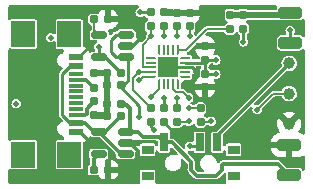
<source format=gtl>
%TF.GenerationSoftware,KiCad,Pcbnew,(6.0.9)*%
%TF.CreationDate,2023-06-25T00:46:11+02:00*%
%TF.ProjectId,keyring_beerclock,6b657972-696e-4675-9f62-656572636c6f,rev?*%
%TF.SameCoordinates,Original*%
%TF.FileFunction,Copper,L1,Top*%
%TF.FilePolarity,Positive*%
%FSLAX46Y46*%
G04 Gerber Fmt 4.6, Leading zero omitted, Abs format (unit mm)*
G04 Created by KiCad (PCBNEW (6.0.9)) date 2023-06-25 00:46:11*
%MOMM*%
%LPD*%
G01*
G04 APERTURE LIST*
G04 Aperture macros list*
%AMRoundRect*
0 Rectangle with rounded corners*
0 $1 Rounding radius*
0 $2 $3 $4 $5 $6 $7 $8 $9 X,Y pos of 4 corners*
0 Add a 4 corners polygon primitive as box body*
4,1,4,$2,$3,$4,$5,$6,$7,$8,$9,$2,$3,0*
0 Add four circle primitives for the rounded corners*
1,1,$1+$1,$2,$3*
1,1,$1+$1,$4,$5*
1,1,$1+$1,$6,$7*
1,1,$1+$1,$8,$9*
0 Add four rect primitives between the rounded corners*
20,1,$1+$1,$2,$3,$4,$5,0*
20,1,$1+$1,$4,$5,$6,$7,0*
20,1,$1+$1,$6,$7,$8,$9,0*
20,1,$1+$1,$8,$9,$2,$3,0*%
%AMFreePoly0*
4,1,14,0.334644,0.085355,0.385355,0.034644,0.400000,-0.000711,0.400000,-0.050000,0.385355,-0.085355,0.350000,-0.100000,-0.350000,-0.100000,-0.385355,-0.085355,-0.400000,-0.050000,-0.400000,0.050000,-0.385355,0.085355,-0.350000,0.100000,0.299289,0.100000,0.334644,0.085355,0.334644,0.085355,$1*%
%AMFreePoly1*
4,1,14,0.385355,0.085355,0.400000,0.050000,0.400000,0.000711,0.385355,-0.034644,0.334644,-0.085355,0.299289,-0.100000,-0.350000,-0.100000,-0.385355,-0.085355,-0.400000,-0.050000,-0.400000,0.050000,-0.385355,0.085355,-0.350000,0.100000,0.350000,0.100000,0.385355,0.085355,0.385355,0.085355,$1*%
%AMFreePoly2*
4,1,14,0.085355,0.385355,0.100000,0.350000,0.100000,-0.350000,0.085355,-0.385355,0.050000,-0.400000,-0.050000,-0.400000,-0.085355,-0.385355,-0.100000,-0.350000,-0.100000,0.299289,-0.085355,0.334644,-0.034644,0.385355,0.000711,0.400000,0.050000,0.400000,0.085355,0.385355,0.085355,0.385355,$1*%
%AMFreePoly3*
4,1,14,0.034644,0.385355,0.085355,0.334644,0.100000,0.299289,0.100000,-0.350000,0.085355,-0.385355,0.050000,-0.400000,-0.050000,-0.400000,-0.085355,-0.385355,-0.100000,-0.350000,-0.100000,0.350000,-0.085355,0.385355,-0.050000,0.400000,-0.000711,0.400000,0.034644,0.385355,0.034644,0.385355,$1*%
%AMFreePoly4*
4,1,14,0.385355,0.085355,0.400000,0.050000,0.400000,-0.050000,0.385355,-0.085355,0.350000,-0.100000,-0.299289,-0.100000,-0.334644,-0.085355,-0.385355,-0.034644,-0.400000,0.000711,-0.400000,0.050000,-0.385355,0.085355,-0.350000,0.100000,0.350000,0.100000,0.385355,0.085355,0.385355,0.085355,$1*%
%AMFreePoly5*
4,1,14,0.385355,0.085355,0.400000,0.050000,0.400000,-0.050000,0.385355,-0.085355,0.350000,-0.100000,-0.350000,-0.100000,-0.385355,-0.085355,-0.400000,-0.050000,-0.400000,-0.000711,-0.385355,0.034644,-0.334644,0.085355,-0.299289,0.100000,0.350000,0.100000,0.385355,0.085355,0.385355,0.085355,$1*%
%AMFreePoly6*
4,1,14,0.085355,0.385355,0.100000,0.350000,0.100000,-0.299289,0.085355,-0.334644,0.034644,-0.385355,-0.000711,-0.400000,-0.050000,-0.400000,-0.085355,-0.385355,-0.100000,-0.350000,-0.100000,0.350000,-0.085355,0.385355,-0.050000,0.400000,0.050000,0.400000,0.085355,0.385355,0.085355,0.385355,$1*%
%AMFreePoly7*
4,1,14,0.085355,0.385355,0.100000,0.350000,0.100000,-0.350000,0.085355,-0.385355,0.050000,-0.400000,0.000711,-0.400000,-0.034644,-0.385355,-0.085355,-0.334644,-0.100000,-0.299289,-0.100000,0.350000,-0.085355,0.385355,-0.050000,0.400000,0.050000,0.400000,0.085355,0.385355,0.085355,0.385355,$1*%
G04 Aperture macros list end*
%TA.AperFunction,SMDPad,CuDef*%
%ADD10RoundRect,0.250000X0.750000X-0.250000X0.750000X0.250000X-0.750000X0.250000X-0.750000X-0.250000X0*%
%TD*%
%TA.AperFunction,SMDPad,CuDef*%
%ADD11C,1.000000*%
%TD*%
%TA.AperFunction,SMDPad,CuDef*%
%ADD12R,1.000000X0.800000*%
%TD*%
%TA.AperFunction,SMDPad,CuDef*%
%ADD13R,0.700000X1.500000*%
%TD*%
%TA.AperFunction,SMDPad,CuDef*%
%ADD14RoundRect,0.150000X0.512500X0.150000X-0.512500X0.150000X-0.512500X-0.150000X0.512500X-0.150000X0*%
%TD*%
%TA.AperFunction,SMDPad,CuDef*%
%ADD15RoundRect,0.155000X0.155000X-0.212500X0.155000X0.212500X-0.155000X0.212500X-0.155000X-0.212500X0*%
%TD*%
%TA.AperFunction,SMDPad,CuDef*%
%ADD16FreePoly0,180.000000*%
%TD*%
%TA.AperFunction,SMDPad,CuDef*%
%ADD17RoundRect,0.050000X0.350000X0.050000X-0.350000X0.050000X-0.350000X-0.050000X0.350000X-0.050000X0*%
%TD*%
%TA.AperFunction,SMDPad,CuDef*%
%ADD18FreePoly1,180.000000*%
%TD*%
%TA.AperFunction,SMDPad,CuDef*%
%ADD19FreePoly2,180.000000*%
%TD*%
%TA.AperFunction,SMDPad,CuDef*%
%ADD20RoundRect,0.050000X0.050000X0.350000X-0.050000X0.350000X-0.050000X-0.350000X0.050000X-0.350000X0*%
%TD*%
%TA.AperFunction,SMDPad,CuDef*%
%ADD21FreePoly3,180.000000*%
%TD*%
%TA.AperFunction,SMDPad,CuDef*%
%ADD22FreePoly4,180.000000*%
%TD*%
%TA.AperFunction,SMDPad,CuDef*%
%ADD23FreePoly5,180.000000*%
%TD*%
%TA.AperFunction,SMDPad,CuDef*%
%ADD24FreePoly6,180.000000*%
%TD*%
%TA.AperFunction,SMDPad,CuDef*%
%ADD25FreePoly7,180.000000*%
%TD*%
%TA.AperFunction,SMDPad,CuDef*%
%ADD26R,1.700000X1.700000*%
%TD*%
%TA.AperFunction,SMDPad,CuDef*%
%ADD27RoundRect,0.155000X-0.212500X-0.155000X0.212500X-0.155000X0.212500X0.155000X-0.212500X0.155000X0*%
%TD*%
%TA.AperFunction,SMDPad,CuDef*%
%ADD28RoundRect,0.160000X0.160000X-0.197500X0.160000X0.197500X-0.160000X0.197500X-0.160000X-0.197500X0*%
%TD*%
%TA.AperFunction,SMDPad,CuDef*%
%ADD29RoundRect,0.160000X-0.160000X0.197500X-0.160000X-0.197500X0.160000X-0.197500X0.160000X0.197500X0*%
%TD*%
%TA.AperFunction,SMDPad,CuDef*%
%ADD30RoundRect,0.155000X0.212500X0.155000X-0.212500X0.155000X-0.212500X-0.155000X0.212500X-0.155000X0*%
%TD*%
%TA.AperFunction,SMDPad,CuDef*%
%ADD31RoundRect,0.160000X-0.197500X-0.160000X0.197500X-0.160000X0.197500X0.160000X-0.197500X0.160000X0*%
%TD*%
%TA.AperFunction,SMDPad,CuDef*%
%ADD32RoundRect,0.155000X-0.155000X0.212500X-0.155000X-0.212500X0.155000X-0.212500X0.155000X0.212500X0*%
%TD*%
%TA.AperFunction,SMDPad,CuDef*%
%ADD33R,1.150000X0.600000*%
%TD*%
%TA.AperFunction,SMDPad,CuDef*%
%ADD34R,1.150000X0.300000*%
%TD*%
%TA.AperFunction,SMDPad,CuDef*%
%ADD35R,2.000000X2.180000*%
%TD*%
%TA.AperFunction,ViaPad*%
%ADD36C,0.500000*%
%TD*%
%TA.AperFunction,Conductor*%
%ADD37C,0.250000*%
%TD*%
%TA.AperFunction,Conductor*%
%ADD38C,0.500000*%
%TD*%
%TA.AperFunction,Conductor*%
%ADD39C,0.150000*%
%TD*%
%TA.AperFunction,Conductor*%
%ADD40C,0.300000*%
%TD*%
%TA.AperFunction,Conductor*%
%ADD41C,0.200000*%
%TD*%
G04 APERTURE END LIST*
D10*
%TO.P,J7,1,Pin_1*%
%TO.N,/-Piezo*%
X153300000Y-68100000D03*
%TD*%
%TO.P,J6,1,Pin_1*%
%TO.N,+3V3*%
X153300000Y-70660000D03*
%TD*%
D11*
%TO.P,J5,1,Pin_1*%
%TO.N,GND*%
X153200001Y-77504761D03*
%TD*%
%TO.P,J4,1,Pin_1*%
%TO.N,UDPI*%
X153200001Y-74944761D03*
%TD*%
%TO.P,J3,1,Pin_1*%
%TO.N,VCC*%
X153200001Y-72384761D03*
%TD*%
D10*
%TO.P,J2,1,Pin_1*%
%TO.N,GND*%
X153200000Y-79300000D03*
%TD*%
%TO.P,J1,1,Pin_1*%
%TO.N,/BAT+*%
X153200000Y-81860000D03*
%TD*%
D12*
%TO.P,SW1,*%
%TO.N,*%
X148520000Y-79720000D03*
X148520000Y-81930000D03*
X141220000Y-79720000D03*
X141220000Y-81930000D03*
D13*
%TO.P,SW1,1,A*%
%TO.N,/BAT+*%
X142620000Y-79070000D03*
%TO.P,SW1,2,B*%
%TO.N,/PWR_IN*%
X145620000Y-79070000D03*
%TO.P,SW1,3,C*%
%TO.N,VCC*%
X147120000Y-79070000D03*
%TD*%
D14*
%TO.P,U3,1,VIN*%
%TO.N,/PWR_IN*%
X139397500Y-71870000D03*
%TO.P,U3,2,GND*%
%TO.N,GND*%
X139397500Y-70920000D03*
%TO.P,U3,3,~{SHDN}*%
%TO.N,/PWR_IN*%
X139397500Y-69970000D03*
%TO.P,U3,4,Bypass*%
%TO.N,/bypass*%
X137122500Y-69970000D03*
%TO.P,U3,5,VOUT*%
%TO.N,+3V3*%
X137122500Y-71870000D03*
%TD*%
D15*
%TO.P,C12,1*%
%TO.N,+3V3*%
X146085000Y-72092500D03*
%TO.P,C12,2*%
%TO.N,GND*%
X146085000Y-70957500D03*
%TD*%
%TO.P,C5,2*%
%TO.N,GND*%
X143700000Y-68102975D03*
%TO.P,C5,1*%
%TO.N,/VCOMM*%
X143700000Y-69237975D03*
%TD*%
D16*
%TO.P,U4,1,PA2*%
%TO.N,unconnected-(U4-Pad1)*%
X144420000Y-73520000D03*
D17*
%TO.P,U4,2,PA3*%
%TO.N,unconnected-(U4-Pad2)*%
X144420000Y-73120000D03*
%TO.P,U4,3,GND*%
%TO.N,GND*%
X144420000Y-72720000D03*
%TO.P,U4,4,VCC*%
%TO.N,+3V3*%
X144420000Y-72320000D03*
D18*
%TO.P,U4,5,PA4*%
%TO.N,unconnected-(U4-Pad5)*%
X144420000Y-71920000D03*
D19*
%TO.P,U4,6,PA5*%
%TO.N,SENSE*%
X143770000Y-71270000D03*
D20*
%TO.P,U4,7,PA6*%
%TO.N,unconnected-(U4-Pad7)*%
X143370000Y-71270000D03*
%TO.P,U4,8,PA7*%
%TO.N,unconnected-(U4-Pad8)*%
X142970000Y-71270000D03*
%TO.P,U4,9,PB5*%
%TO.N,unconnected-(U4-Pad9)*%
X142570000Y-71270000D03*
D21*
%TO.P,U4,10,PB4*%
%TO.N,unconnected-(U4-Pad10)*%
X142170000Y-71270000D03*
D22*
%TO.P,U4,11,PB3*%
%TO.N,unconnected-(U4-Pad11)*%
X141520000Y-71920000D03*
D17*
%TO.P,U4,12,PB2*%
%TO.N,unconnected-(U4-Pad12)*%
X141520000Y-72320000D03*
%TO.P,U4,13,PB1*%
%TO.N,SDA*%
X141520000Y-72720000D03*
%TO.P,U4,14,PB0*%
%TO.N,SCL*%
X141520000Y-73120000D03*
D23*
%TO.P,U4,15,PC0*%
%TO.N,~{RES}*%
X141520000Y-73520000D03*
D24*
%TO.P,U4,16,PC1*%
%TO.N,BTN_RIGHT*%
X142170000Y-74170000D03*
D20*
%TO.P,U4,17,PC2*%
%TO.N,unconnected-(U4-Pad17)*%
X142570000Y-74170000D03*
%TO.P,U4,18,PC3*%
%TO.N,unconnected-(U4-Pad18)*%
X142970000Y-74170000D03*
%TO.P,U4,19,~{RESET}/PA0*%
%TO.N,UDPI*%
X143370000Y-74170000D03*
D25*
%TO.P,U4,20,PA1*%
%TO.N,unconnected-(U4-Pad20)*%
X143770000Y-74170000D03*
D26*
%TO.P,U4,21,GND*%
%TO.N,GND*%
X142970000Y-72720000D03*
%TD*%
D27*
%TO.P,C8,1*%
%TO.N,/bypass*%
X136702500Y-68660000D03*
%TO.P,C8,2*%
%TO.N,GND*%
X137837500Y-68660000D03*
%TD*%
D15*
%TO.P,C2,2*%
%TO.N,/C1N*%
X143700000Y-76189640D03*
%TO.P,C2,1*%
%TO.N,/C1P*%
X143700000Y-77324640D03*
%TD*%
D28*
%TO.P,R3,2*%
%TO.N,SCL*%
X141500000Y-76159640D03*
%TO.P,R3,1*%
%TO.N,+3V3*%
X141500000Y-77354640D03*
%TD*%
D15*
%TO.P,C6,1*%
%TO.N,/VCC_CAP*%
X144800000Y-69237975D03*
%TO.P,C6,2*%
%TO.N,GND*%
X144800000Y-68102975D03*
%TD*%
D29*
%TO.P,R10,1*%
%TO.N,/CC2*%
X136670000Y-75602500D03*
%TO.P,R10,2*%
%TO.N,GND*%
X136670000Y-76797500D03*
%TD*%
D30*
%TO.P,C4,1*%
%TO.N,/VBUS*%
X138927500Y-76840000D03*
%TO.P,C4,2*%
%TO.N,GND*%
X137792500Y-76840000D03*
%TD*%
D29*
%TO.P,R4,1*%
%TO.N,+3V3*%
X141500000Y-68072975D03*
%TO.P,R4,2*%
%TO.N,SDA*%
X141500000Y-69267975D03*
%TD*%
D28*
%TO.P,R11,2*%
%TO.N,GND*%
X136670000Y-73242500D03*
%TO.P,R11,1*%
%TO.N,/CC1*%
X136670000Y-74437500D03*
%TD*%
D14*
%TO.P,U2,1,CEN*%
%TO.N,/VBUS*%
X139352500Y-80070000D03*
%TO.P,U2,2,VSS*%
%TO.N,GND*%
X139352500Y-79120000D03*
%TO.P,U2,3,VBAT*%
%TO.N,/BAT+*%
X139352500Y-78170000D03*
%TO.P,U2,4,VDD*%
%TO.N,/VBUS*%
X137077500Y-78170000D03*
%TO.P,U2,5,PROG*%
%TO.N,/CRG_PROG*%
X137077500Y-80070000D03*
%TD*%
D30*
%TO.P,C10,2*%
%TO.N,GND*%
X137792500Y-73200000D03*
%TO.P,C10,1*%
%TO.N,+3V3*%
X138927500Y-73200000D03*
%TD*%
D31*
%TO.P,R1,1*%
%TO.N,/CRG_PROG*%
X136672500Y-81390000D03*
%TO.P,R1,2*%
%TO.N,GND*%
X137867500Y-81390000D03*
%TD*%
D15*
%TO.P,C1,1*%
%TO.N,/C2P*%
X145700000Y-77324640D03*
%TO.P,C1,2*%
%TO.N,/C2N*%
X145700000Y-76189640D03*
%TD*%
D30*
%TO.P,C7,2*%
%TO.N,GND*%
X137792500Y-75840000D03*
%TO.P,C7,1*%
%TO.N,/BAT+*%
X138927500Y-75840000D03*
%TD*%
D28*
%TO.P,R8,1*%
%TO.N,SENSE*%
X148210000Y-69477500D03*
%TO.P,R8,2*%
%TO.N,/-Piezo*%
X148210000Y-68282500D03*
%TD*%
D32*
%TO.P,C9,2*%
%TO.N,GND*%
X142600000Y-77324640D03*
%TO.P,C9,1*%
%TO.N,/VBAT*%
X142600000Y-76189640D03*
%TD*%
%TO.P,C11,1*%
%TO.N,+3V3*%
X146085000Y-73257500D03*
%TO.P,C11,2*%
%TO.N,GND*%
X146085000Y-74392500D03*
%TD*%
D33*
%TO.P,J8,A1,GND*%
%TO.N,GND*%
X135175000Y-71820000D03*
X135175000Y-78220000D03*
%TO.P,J8,A4,VBUS*%
%TO.N,/VBUS*%
X135175000Y-72620000D03*
X135175000Y-77420000D03*
D34*
%TO.P,J8,A5,CC1*%
%TO.N,/CC1*%
X135175000Y-73770000D03*
%TO.P,J8,A6,D+*%
%TO.N,unconnected-(J8-PadA6)*%
X135175000Y-74770000D03*
%TO.P,J8,A7,D-*%
%TO.N,unconnected-(J8-PadA7)*%
X135175000Y-75270000D03*
%TO.P,J8,A8,SBU1*%
%TO.N,unconnected-(J8-PadA8)*%
X135175000Y-76270000D03*
%TO.P,J8,B5,CC2*%
%TO.N,/CC2*%
X135175000Y-76770000D03*
%TO.P,J8,B6,D+*%
%TO.N,unconnected-(J8-PadB6)*%
X135175000Y-75770000D03*
%TO.P,J8,B7,D-*%
%TO.N,unconnected-(J8-PadB7)*%
X135175000Y-74270000D03*
%TO.P,J8,B8,SBU2*%
%TO.N,unconnected-(J8-PadB8)*%
X135175000Y-73270000D03*
D35*
%TO.P,J8,S1,SHIELD*%
%TO.N,unconnected-(J8-PadS1)*%
X130705000Y-80130000D03*
X130705000Y-69910000D03*
X134605000Y-80130000D03*
X134605000Y-69910000D03*
%TD*%
D28*
%TO.P,R2,2*%
%TO.N,GND*%
X142600000Y-68072975D03*
%TO.P,R2,1*%
%TO.N,/IREF*%
X142600000Y-69267975D03*
%TD*%
D30*
%TO.P,C3,1*%
%TO.N,/PWR_IN*%
X138927500Y-74200000D03*
%TO.P,C3,2*%
%TO.N,GND*%
X137792500Y-74200000D03*
%TD*%
D29*
%TO.P,R9,1*%
%TO.N,/-Piezo*%
X149330000Y-68282500D03*
%TO.P,R9,2*%
%TO.N,+3V3*%
X149330000Y-69477500D03*
%TD*%
D36*
%TO.N,GND*%
X150500000Y-78100000D03*
X150500000Y-77400000D03*
%TO.N,UDPI*%
X144700000Y-75300000D03*
X150500000Y-76300000D03*
%TO.N,BTN_RIGHT*%
X133000000Y-70200000D03*
%TO.N,GND*%
X133000000Y-69400000D03*
X133000000Y-68700000D03*
X147100000Y-74400000D03*
X147100000Y-70900000D03*
X135400000Y-82100000D03*
X133200000Y-82100000D03*
X131000000Y-82100000D03*
X146500000Y-68600000D03*
X146500000Y-67900000D03*
X139500000Y-67900000D03*
%TO.N,+3V3*%
X141800000Y-78050500D03*
%TO.N,BTN_RIGHT*%
X141500000Y-75200000D03*
%TO.N,GND*%
X137800000Y-75000000D03*
%TO.N,/PWR_IN*%
X140500000Y-76900000D03*
X144800000Y-79400000D03*
%TO.N,GND*%
X145300000Y-73100000D03*
%TO.N,+3V3*%
X130100000Y-75800000D03*
X137100000Y-71000000D03*
X140600000Y-68072975D03*
X153300000Y-69600000D03*
X149330000Y-70570000D03*
X147000000Y-73300000D03*
X147000000Y-72100000D03*
%TO.N,~{RES}*%
X140505741Y-73807176D03*
%TO.N,SCL*%
X140480000Y-73120000D03*
%TO.N,/C2P*%
X146600000Y-77300000D03*
%TO.N,/C2N*%
X144700000Y-76200000D03*
%TO.N,/C1P*%
X144700000Y-77300000D03*
%TO.N,/C1N*%
X143700000Y-75300000D03*
%TO.N,/VBAT*%
X142600000Y-75300000D03*
%TO.N,/VCC_CAP*%
X144800000Y-70100000D03*
%TO.N,/VCOMM*%
X143700000Y-70100000D03*
%TO.N,/IREF*%
X142600000Y-70100000D03*
%TO.N,SDA*%
X141500000Y-70100000D03*
%TD*%
D37*
%TO.N,/VBUS*%
X134670000Y-77420000D02*
X135175000Y-77420000D01*
X134000000Y-73300000D02*
X134000000Y-76750000D01*
X134680000Y-72620000D02*
X134000000Y-73300000D01*
X134000000Y-76750000D02*
X134670000Y-77420000D01*
X135175000Y-72620000D02*
X134680000Y-72620000D01*
D38*
%TO.N,/-Piezo*%
X153117500Y-68282500D02*
X153300000Y-68100000D01*
X149330000Y-68282500D02*
X153117500Y-68282500D01*
D39*
%TO.N,UDPI*%
X144195000Y-74795000D02*
X143606091Y-74795000D01*
X143606091Y-74795000D02*
X143370000Y-74558909D01*
X143370000Y-74558909D02*
X143370000Y-74170000D01*
X144700000Y-75300000D02*
X144195000Y-74795000D01*
X151855239Y-74944761D02*
X150500000Y-76300000D01*
X153200001Y-74944761D02*
X151855239Y-74944761D01*
D37*
%TO.N,VCC*%
X147120000Y-78464762D02*
X153200001Y-72384761D01*
X147120000Y-79070000D02*
X147120000Y-78464762D01*
D40*
%TO.N,/BAT+*%
X152240000Y-80900000D02*
X153200000Y-81860000D01*
X147600000Y-80900000D02*
X152240000Y-80900000D01*
X147500000Y-81000000D02*
X147600000Y-80900000D01*
X147500000Y-81400000D02*
X147500000Y-81000000D01*
X147000000Y-81900000D02*
X147500000Y-81400000D01*
X145400000Y-81900000D02*
X147000000Y-81900000D01*
X144900000Y-81400000D02*
X145400000Y-81900000D01*
X144900000Y-80700000D02*
X144900000Y-81400000D01*
X143270000Y-79070000D02*
X144900000Y-80700000D01*
X142620000Y-79070000D02*
X143270000Y-79070000D01*
D37*
%TO.N,/PWR_IN*%
X144800000Y-79400000D02*
X145290000Y-79400000D01*
X145290000Y-79400000D02*
X145620000Y-79070000D01*
%TO.N,+3V3*%
X153300000Y-70860000D02*
X153300000Y-69600000D01*
X149330000Y-70570000D02*
X149330000Y-69477500D01*
D38*
%TO.N,/-Piezo*%
X149330000Y-68282500D02*
X148210000Y-68282500D01*
D37*
%TO.N,+3V3*%
X141500000Y-77750500D02*
X141800000Y-78050500D01*
X141500000Y-77354640D02*
X141500000Y-77750500D01*
D39*
%TO.N,BTN_RIGHT*%
X142170000Y-74530000D02*
X141500000Y-75200000D01*
X142170000Y-74170000D02*
X142170000Y-74530000D01*
D37*
%TO.N,GND*%
X139880000Y-70920000D02*
X140600000Y-70200000D01*
X139397500Y-70920000D02*
X139880000Y-70920000D01*
D40*
%TO.N,/VBUS*%
X137597500Y-78170000D02*
X138927500Y-76840000D01*
X137077500Y-78170000D02*
X137597500Y-78170000D01*
D37*
%TO.N,GND*%
X139720000Y-79120000D02*
X140400000Y-79800000D01*
X140400000Y-79800000D02*
X140400000Y-80600000D01*
X139352500Y-79120000D02*
X139720000Y-79120000D01*
X142600000Y-77400000D02*
X143500000Y-78300000D01*
X142600000Y-77324640D02*
X142600000Y-77400000D01*
%TO.N,/PWR_IN*%
X138927500Y-74427500D02*
X138927500Y-74200000D01*
X140500000Y-76000000D02*
X138927500Y-74427500D01*
X140500000Y-76900000D02*
X140500000Y-76000000D01*
%TO.N,GND*%
X145300000Y-73000000D02*
X145300000Y-73100000D01*
X145020000Y-72720000D02*
X145300000Y-73000000D01*
X144420000Y-72720000D02*
X145020000Y-72720000D01*
%TO.N,+3V3*%
X137122500Y-71022500D02*
X137100000Y-71000000D01*
X137122500Y-71870000D02*
X137122500Y-71022500D01*
X140672975Y-68072975D02*
X140600000Y-68000000D01*
X141500000Y-68072975D02*
X140672975Y-68072975D01*
D39*
%TO.N,/bypass*%
X136702500Y-69550000D02*
X136702500Y-68660000D01*
X137122500Y-69970000D02*
X136702500Y-69550000D01*
D37*
%TO.N,+3V3*%
X137597500Y-71870000D02*
X138927500Y-73200000D01*
X137122500Y-71870000D02*
X137597500Y-71870000D01*
%TO.N,/PWR_IN*%
X139600000Y-72072500D02*
X139397500Y-71870000D01*
X139600000Y-73800000D02*
X139600000Y-72072500D01*
X139200000Y-74200000D02*
X139600000Y-73800000D01*
X138927500Y-74200000D02*
X139200000Y-74200000D01*
D39*
%TO.N,SCL*%
X140000000Y-74659640D02*
X141500000Y-76159640D01*
X140000000Y-73600000D02*
X140000000Y-74659640D01*
X140480000Y-73120000D02*
X140000000Y-73600000D01*
X140480000Y-73120000D02*
X141520000Y-73120000D01*
D37*
%TO.N,/PWR_IN*%
X138570000Y-71870000D02*
X139397500Y-71870000D01*
X138100000Y-71400000D02*
X138570000Y-71870000D01*
X138530000Y-69970000D02*
X138100000Y-70400000D01*
X139397500Y-69970000D02*
X138530000Y-69970000D01*
X138100000Y-70400000D02*
X138100000Y-71400000D01*
%TO.N,+3V3*%
X146957500Y-73257500D02*
X147000000Y-73300000D01*
X146085000Y-73257500D02*
X146957500Y-73257500D01*
X146992500Y-72092500D02*
X147000000Y-72100000D01*
X146085000Y-72092500D02*
X146992500Y-72092500D01*
D39*
%TO.N,SENSE*%
X144430000Y-71270000D02*
X143770000Y-71270000D01*
X146222500Y-69477500D02*
X144430000Y-71270000D01*
X148210000Y-69477500D02*
X146222500Y-69477500D01*
D37*
%TO.N,+3V3*%
X146085000Y-73257500D02*
X146085000Y-72092500D01*
X145857500Y-72320000D02*
X146085000Y-72092500D01*
X144420000Y-72320000D02*
X145857500Y-72320000D01*
%TO.N,GND*%
X144420000Y-72720000D02*
X142970000Y-72720000D01*
D40*
%TO.N,/VBUS*%
X139003604Y-80070000D02*
X139352500Y-80070000D01*
X137103604Y-78170000D02*
X139003604Y-80070000D01*
X137077500Y-78170000D02*
X137103604Y-78170000D01*
%TO.N,/BAT+*%
X140370000Y-78170000D02*
X139352500Y-78170000D01*
X140800000Y-78600000D02*
X140370000Y-78170000D01*
X142150000Y-78600000D02*
X140800000Y-78600000D01*
X142620000Y-79070000D02*
X142150000Y-78600000D01*
X139700000Y-77822500D02*
X139352500Y-78170000D01*
X139700000Y-76200000D02*
X139700000Y-77822500D01*
X139340000Y-75840000D02*
X139700000Y-76200000D01*
X138927500Y-75840000D02*
X139340000Y-75840000D01*
%TO.N,/CC1*%
X136002500Y-73770000D02*
X136670000Y-74437500D01*
X135175000Y-73770000D02*
X136002500Y-73770000D01*
%TO.N,/CC2*%
X135930000Y-76770000D02*
X136050000Y-76650000D01*
X136050000Y-76650000D02*
X136050000Y-76222500D01*
X136050000Y-76222500D02*
X136670000Y-75602500D01*
X135175000Y-76770000D02*
X135930000Y-76770000D01*
%TO.N,GND*%
X135520000Y-78220000D02*
X136300000Y-79000000D01*
X135175000Y-78220000D02*
X135520000Y-78220000D01*
%TO.N,/VBUS*%
X135920000Y-77420000D02*
X136670000Y-78170000D01*
X136670000Y-78170000D02*
X137077500Y-78170000D01*
X135175000Y-77420000D02*
X135920000Y-77420000D01*
%TO.N,/CRG_PROG*%
X136672500Y-80475000D02*
X137077500Y-80070000D01*
X136672500Y-81390000D02*
X136672500Y-80475000D01*
D37*
%TO.N,GND*%
X135380000Y-71820000D02*
X136300000Y-70900000D01*
X135175000Y-71820000D02*
X135380000Y-71820000D01*
D39*
%TO.N,~{RES}*%
X140792917Y-73520000D02*
X141520000Y-73520000D01*
X140505741Y-73807176D02*
X140792917Y-73520000D01*
%TO.N,SDA*%
X140800000Y-72700000D02*
X140800000Y-70800000D01*
X141500000Y-72700000D02*
X140800000Y-72700000D01*
X140800000Y-70800000D02*
X141500000Y-70100000D01*
X141520000Y-72720000D02*
X141500000Y-72700000D01*
D41*
%TO.N,/C2P*%
X146575360Y-77324640D02*
X146600000Y-77300000D01*
X145700000Y-77324640D02*
X146575360Y-77324640D01*
%TO.N,/C2N*%
X144710360Y-76189640D02*
X144700000Y-76200000D01*
X145700000Y-76189640D02*
X144710360Y-76189640D01*
%TO.N,/C1P*%
X144675360Y-77324640D02*
X144700000Y-77300000D01*
X143700000Y-77324640D02*
X144675360Y-77324640D01*
%TO.N,/C1N*%
X143700000Y-76189640D02*
X143700000Y-75300000D01*
D37*
%TO.N,/VBAT*%
X142600000Y-76189640D02*
X142600000Y-75300000D01*
D39*
%TO.N,/VCC_CAP*%
X144800000Y-69237975D02*
X144800000Y-70100000D01*
%TO.N,/VCOMM*%
X143700000Y-69237975D02*
X143700000Y-70100000D01*
%TO.N,/IREF*%
X142600000Y-69267975D02*
X142600000Y-70100000D01*
%TO.N,SDA*%
X141500000Y-69267975D02*
X141500000Y-70100000D01*
%TD*%
%TA.AperFunction,Conductor*%
%TO.N,GND*%
G36*
X140443540Y-67490502D02*
G01*
X140490033Y-67544158D01*
X140500137Y-67614432D01*
X140470643Y-67679012D01*
X140432622Y-67708767D01*
X140361658Y-67744925D01*
X140271950Y-67834633D01*
X140214354Y-67947671D01*
X140194508Y-68072975D01*
X140196059Y-68082768D01*
X140212548Y-68186874D01*
X140214354Y-68198279D01*
X140271950Y-68311317D01*
X140361658Y-68401025D01*
X140474696Y-68458621D01*
X140484485Y-68460171D01*
X140484487Y-68460172D01*
X140590207Y-68476916D01*
X140600000Y-68478467D01*
X140609793Y-68476916D01*
X140715513Y-68460172D01*
X140715515Y-68460171D01*
X140725304Y-68458621D01*
X140838342Y-68401025D01*
X140853987Y-68385380D01*
X140916299Y-68351354D01*
X140943082Y-68348475D01*
X140952949Y-68348475D01*
X141021070Y-68368477D01*
X141068099Y-68423325D01*
X141079677Y-68449390D01*
X141161539Y-68531110D01*
X141216107Y-68555234D01*
X141270320Y-68601070D01*
X141291148Y-68668943D01*
X141271974Y-68737302D01*
X141216307Y-68785624D01*
X141161085Y-68810152D01*
X141079365Y-68892014D01*
X141074662Y-68902651D01*
X141074661Y-68902653D01*
X141036425Y-68989141D01*
X141032594Y-68997807D01*
X141029500Y-69024346D01*
X141029501Y-69511603D01*
X141032722Y-69538679D01*
X141079677Y-69644390D01*
X141087910Y-69652609D01*
X141087911Y-69652610D01*
X141149538Y-69714130D01*
X141183617Y-69776413D01*
X141178614Y-69847233D01*
X141171108Y-69861229D01*
X141171950Y-69861658D01*
X141114354Y-69974696D01*
X141112804Y-69984485D01*
X141112803Y-69984487D01*
X141097367Y-70081950D01*
X141094508Y-70100000D01*
X141096059Y-70109791D01*
X141096304Y-70111338D01*
X141096059Y-70113234D01*
X141096059Y-70119711D01*
X141095222Y-70119711D01*
X141087205Y-70181750D01*
X141060950Y-70220145D01*
X140726291Y-70554804D01*
X140663979Y-70588830D01*
X140593164Y-70583765D01*
X140536328Y-70541218D01*
X140521558Y-70515748D01*
X140514647Y-70499777D01*
X140438089Y-70370322D01*
X140428449Y-70357896D01*
X140322104Y-70251551D01*
X140309675Y-70241909D01*
X140272362Y-70219843D01*
X140223909Y-70167951D01*
X140210500Y-70111389D01*
X140210500Y-69775354D01*
X140207382Y-69749154D01*
X140196552Y-69724771D01*
X140166663Y-69657482D01*
X140161939Y-69646847D01*
X140148366Y-69633297D01*
X140105200Y-69590207D01*
X140082713Y-69567759D01*
X140072076Y-69563056D01*
X140072074Y-69563055D01*
X139998748Y-69530638D01*
X139980327Y-69522494D01*
X139954646Y-69519500D01*
X138840354Y-69519500D01*
X138836650Y-69519941D01*
X138836647Y-69519941D01*
X138831934Y-69520502D01*
X138814154Y-69522618D01*
X138805514Y-69526456D01*
X138805513Y-69526456D01*
X138723117Y-69563055D01*
X138711847Y-69568061D01*
X138703628Y-69576294D01*
X138703627Y-69576295D01*
X138670188Y-69609793D01*
X138632759Y-69647287D01*
X138631352Y-69645882D01*
X138587588Y-69681619D01*
X138540380Y-69691168D01*
X138530000Y-69689103D01*
X138502868Y-69694500D01*
X138502867Y-69694500D01*
X138422505Y-69710485D01*
X138400327Y-69725304D01*
X138354378Y-69756006D01*
X138354377Y-69756007D01*
X138331376Y-69771376D01*
X138324485Y-69781689D01*
X138322898Y-69784064D01*
X138307228Y-69803156D01*
X138150595Y-69959789D01*
X138088283Y-69993815D01*
X138017468Y-69988750D01*
X137960632Y-69946203D01*
X137935821Y-69879683D01*
X137935500Y-69870694D01*
X137935500Y-69775354D01*
X137932382Y-69749154D01*
X137921552Y-69724771D01*
X137890626Y-69655148D01*
X137881253Y-69584773D01*
X137911415Y-69520502D01*
X137971537Y-69482742D01*
X138005777Y-69478000D01*
X138100100Y-69478000D01*
X138105888Y-69477734D01*
X138165046Y-69472298D01*
X138178096Y-69469685D01*
X138317589Y-69425971D01*
X138331334Y-69419765D01*
X138455604Y-69344504D01*
X138467473Y-69335197D01*
X138570197Y-69232473D01*
X138579504Y-69220604D01*
X138654765Y-69096334D01*
X138660971Y-69082589D01*
X138704687Y-68943088D01*
X138707009Y-68931497D01*
X138704194Y-68917165D01*
X138692298Y-68914000D01*
X137709500Y-68914000D01*
X137641379Y-68893998D01*
X137594886Y-68840342D01*
X137583500Y-68788000D01*
X137583500Y-68387885D01*
X138091500Y-68387885D01*
X138095975Y-68403124D01*
X138097365Y-68404329D01*
X138105048Y-68406000D01*
X138690658Y-68406000D01*
X138705203Y-68401729D01*
X138707248Y-68389698D01*
X138704687Y-68376912D01*
X138660971Y-68237411D01*
X138654765Y-68223666D01*
X138579504Y-68099396D01*
X138570197Y-68087527D01*
X138467473Y-67984803D01*
X138455604Y-67975496D01*
X138331334Y-67900235D01*
X138317589Y-67894029D01*
X138178096Y-67850315D01*
X138165046Y-67847702D01*
X138108038Y-67842463D01*
X138094376Y-67846475D01*
X138093171Y-67847865D01*
X138091500Y-67855548D01*
X138091500Y-68387885D01*
X137583500Y-68387885D01*
X137583500Y-67860115D01*
X137579025Y-67844876D01*
X137577635Y-67843671D01*
X137570814Y-67842187D01*
X137569112Y-67842266D01*
X137509954Y-67847702D01*
X137496904Y-67850315D01*
X137357411Y-67894029D01*
X137343666Y-67900235D01*
X137219396Y-67975496D01*
X137207527Y-67984803D01*
X137104803Y-68087527D01*
X137095496Y-68099396D01*
X137071530Y-68138968D01*
X137019132Y-68186874D01*
X136960390Y-68198686D01*
X136960390Y-68199500D01*
X136444610Y-68199500D01*
X136440923Y-68199939D01*
X136440918Y-68199939D01*
X136427361Y-68201552D01*
X136427359Y-68201552D01*
X136417975Y-68202669D01*
X136374818Y-68221839D01*
X136324593Y-68244147D01*
X136324592Y-68244148D01*
X136313965Y-68248868D01*
X136233561Y-68329413D01*
X136187544Y-68433502D01*
X136184500Y-68459610D01*
X136184500Y-68860390D01*
X136187669Y-68887025D01*
X136191506Y-68895663D01*
X136224303Y-68969500D01*
X136233868Y-68991035D01*
X136314413Y-69071439D01*
X136325052Y-69076143D01*
X136325053Y-69076143D01*
X136401947Y-69110137D01*
X136456163Y-69155975D01*
X136477000Y-69225378D01*
X136477000Y-69476757D01*
X136456998Y-69544878D01*
X136435665Y-69566881D01*
X136436847Y-69568061D01*
X136357759Y-69647287D01*
X136353056Y-69657924D01*
X136353055Y-69657926D01*
X136331398Y-69706914D01*
X136312494Y-69749673D01*
X136309500Y-69775354D01*
X136309500Y-70164646D01*
X136312618Y-70190846D01*
X136316456Y-70199486D01*
X136316456Y-70199487D01*
X136350381Y-70275863D01*
X136358061Y-70293153D01*
X136437287Y-70372241D01*
X136447924Y-70376944D01*
X136447926Y-70376945D01*
X136500076Y-70400000D01*
X136539673Y-70417506D01*
X136565354Y-70420500D01*
X136830328Y-70420500D01*
X136898449Y-70440502D01*
X136944942Y-70494158D01*
X136955046Y-70564432D01*
X136925552Y-70629012D01*
X136887531Y-70658767D01*
X136861658Y-70671950D01*
X136771950Y-70761658D01*
X136714354Y-70874696D01*
X136712804Y-70884485D01*
X136712803Y-70884487D01*
X136702995Y-70946412D01*
X136694508Y-71000000D01*
X136696059Y-71009793D01*
X136706421Y-71075214D01*
X136714354Y-71125304D01*
X136734681Y-71165197D01*
X136770908Y-71236297D01*
X136784012Y-71306074D01*
X136757312Y-71371858D01*
X136699285Y-71412765D01*
X136658641Y-71419500D01*
X136565354Y-71419500D01*
X136561650Y-71419941D01*
X136561647Y-71419941D01*
X136554254Y-71420821D01*
X136539154Y-71422618D01*
X136530514Y-71426456D01*
X136530513Y-71426456D01*
X136447482Y-71463337D01*
X136436847Y-71468061D01*
X136434802Y-71470109D01*
X136372731Y-71490440D01*
X136304025Y-71472554D01*
X136255895Y-71420361D01*
X136250853Y-71408729D01*
X136203325Y-71281948D01*
X136194786Y-71266351D01*
X136118285Y-71164276D01*
X136105724Y-71151715D01*
X136003649Y-71075214D01*
X135988054Y-71066676D01*
X135867601Y-71021520D01*
X135852352Y-71017894D01*
X135790706Y-70982676D01*
X135757887Y-70919721D01*
X135755500Y-70895312D01*
X135755500Y-68805180D01*
X135746767Y-68761278D01*
X135739873Y-68750960D01*
X135739872Y-68750958D01*
X135720399Y-68721815D01*
X135713504Y-68711496D01*
X135700792Y-68703002D01*
X135674042Y-68685128D01*
X135674040Y-68685127D01*
X135663722Y-68678233D01*
X135619820Y-68669500D01*
X133590180Y-68669500D01*
X133546278Y-68678233D01*
X133535960Y-68685127D01*
X133535958Y-68685128D01*
X133509208Y-68703002D01*
X133496496Y-68711496D01*
X133489601Y-68721815D01*
X133470128Y-68750958D01*
X133470127Y-68750960D01*
X133463233Y-68761278D01*
X133454500Y-68805180D01*
X133454500Y-69783918D01*
X133434498Y-69852039D01*
X133380842Y-69898532D01*
X133310568Y-69908636D01*
X133254614Y-69883082D01*
X133253374Y-69884789D01*
X133245354Y-69878962D01*
X133238342Y-69871950D01*
X133125304Y-69814354D01*
X133115515Y-69812804D01*
X133115513Y-69812803D01*
X133009793Y-69796059D01*
X133000000Y-69794508D01*
X132990207Y-69796059D01*
X132884487Y-69812803D01*
X132884485Y-69812804D01*
X132874696Y-69814354D01*
X132761658Y-69871950D01*
X132671950Y-69961658D01*
X132614354Y-70074696D01*
X132612804Y-70084485D01*
X132612803Y-70084487D01*
X132600107Y-70164646D01*
X132594508Y-70200000D01*
X132596059Y-70209793D01*
X132610564Y-70301373D01*
X132614354Y-70325304D01*
X132671950Y-70438342D01*
X132761658Y-70528050D01*
X132874696Y-70585646D01*
X132884485Y-70587196D01*
X132884487Y-70587197D01*
X132990207Y-70603941D01*
X133000000Y-70605492D01*
X133009793Y-70603941D01*
X133115513Y-70587197D01*
X133115515Y-70587196D01*
X133125304Y-70585646D01*
X133238342Y-70528050D01*
X133245354Y-70521038D01*
X133253374Y-70515211D01*
X133255532Y-70518181D01*
X133301717Y-70492961D01*
X133372532Y-70498026D01*
X133429368Y-70540573D01*
X133454179Y-70607093D01*
X133454500Y-70616082D01*
X133454500Y-71014820D01*
X133463233Y-71058722D01*
X133470127Y-71069040D01*
X133470128Y-71069042D01*
X133489601Y-71098185D01*
X133496496Y-71108504D01*
X133506815Y-71115399D01*
X133535958Y-71134872D01*
X133535960Y-71134873D01*
X133546278Y-71141767D01*
X133590180Y-71150500D01*
X134014154Y-71150500D01*
X134082275Y-71170502D01*
X134128768Y-71224158D01*
X134138872Y-71294432D01*
X134132136Y-71320729D01*
X134101522Y-71402391D01*
X134097894Y-71417650D01*
X134093946Y-71453999D01*
X134066705Y-71519562D01*
X134008342Y-71559989D01*
X133985131Y-71565315D01*
X133962951Y-71568235D01*
X133962950Y-71568235D01*
X133954764Y-71569313D01*
X133947135Y-71572473D01*
X133939576Y-71575604D01*
X133814767Y-71627302D01*
X133694549Y-71719549D01*
X133602302Y-71839767D01*
X133544313Y-71979764D01*
X133524534Y-72130000D01*
X133544313Y-72280236D01*
X133602302Y-72420233D01*
X133694549Y-72540451D01*
X133814767Y-72632698D01*
X133954764Y-72690687D01*
X133956400Y-72690902D01*
X134014408Y-72726257D01*
X134045433Y-72790116D01*
X134037007Y-72860611D01*
X134010273Y-72900111D01*
X133833156Y-73077228D01*
X133814064Y-73092898D01*
X133801376Y-73101376D01*
X133740485Y-73192505D01*
X133727557Y-73257500D01*
X133719103Y-73300000D01*
X133721524Y-73312171D01*
X133722079Y-73314961D01*
X133724500Y-73339543D01*
X133724500Y-76710457D01*
X133722079Y-76735039D01*
X133719103Y-76750000D01*
X133724500Y-76777132D01*
X133724500Y-76777133D01*
X133740485Y-76857495D01*
X133746161Y-76865989D01*
X133763604Y-76892094D01*
X133784326Y-76923107D01*
X133794481Y-76938305D01*
X133801376Y-76948624D01*
X133811692Y-76955517D01*
X133811693Y-76955518D01*
X133814064Y-76957102D01*
X133833156Y-76972772D01*
X134002386Y-77142002D01*
X134036412Y-77204314D01*
X134031347Y-77275129D01*
X133988800Y-77331965D01*
X133954483Y-77348634D01*
X133954764Y-77349313D01*
X133814767Y-77407302D01*
X133694549Y-77499549D01*
X133602302Y-77619767D01*
X133544313Y-77759764D01*
X133524534Y-77910000D01*
X133544313Y-78060236D01*
X133602302Y-78200233D01*
X133694549Y-78320451D01*
X133814767Y-78412698D01*
X133954764Y-78470687D01*
X133962952Y-78471765D01*
X133985131Y-78474685D01*
X134050058Y-78503408D01*
X134089149Y-78562674D01*
X134093947Y-78586002D01*
X134097895Y-78622352D01*
X134101522Y-78637607D01*
X134132136Y-78719271D01*
X134137319Y-78790078D01*
X134103398Y-78852447D01*
X134041142Y-78886576D01*
X134014154Y-78889500D01*
X133590180Y-78889500D01*
X133546278Y-78898233D01*
X133535960Y-78905127D01*
X133535958Y-78905128D01*
X133522863Y-78913878D01*
X133496496Y-78931496D01*
X133489601Y-78941815D01*
X133470128Y-78970958D01*
X133470127Y-78970960D01*
X133463233Y-78981278D01*
X133454500Y-79025180D01*
X133454500Y-81234820D01*
X133463233Y-81278722D01*
X133470127Y-81289040D01*
X133470128Y-81289042D01*
X133470294Y-81289290D01*
X133496496Y-81328504D01*
X133506815Y-81335399D01*
X133535958Y-81354872D01*
X133535960Y-81354873D01*
X133546278Y-81361767D01*
X133590180Y-81370500D01*
X135619820Y-81370500D01*
X135663722Y-81361767D01*
X135674040Y-81354873D01*
X135674042Y-81354872D01*
X135703185Y-81335399D01*
X135713504Y-81328504D01*
X135739706Y-81289290D01*
X135739872Y-81289042D01*
X135739873Y-81289040D01*
X135746767Y-81278722D01*
X135755500Y-81234820D01*
X135755500Y-81183871D01*
X136164500Y-81183871D01*
X136164501Y-81596128D01*
X136167722Y-81623204D01*
X136214677Y-81728915D01*
X136296539Y-81810635D01*
X136307176Y-81815338D01*
X136307178Y-81815339D01*
X136393666Y-81853575D01*
X136393667Y-81853575D01*
X136402332Y-81857406D01*
X136428871Y-81860500D01*
X136670488Y-81860500D01*
X136916128Y-81860499D01*
X136943204Y-81857278D01*
X136951849Y-81853438D01*
X136960960Y-81850934D01*
X136961808Y-81854019D01*
X137016087Y-81846791D01*
X137080358Y-81876954D01*
X137104636Y-81906044D01*
X137136530Y-81958708D01*
X137145840Y-81970580D01*
X137249420Y-82074160D01*
X137261289Y-82083467D01*
X137386594Y-82159355D01*
X137400339Y-82165561D01*
X137540989Y-82209637D01*
X137554036Y-82212250D01*
X137595459Y-82216056D01*
X137610336Y-82213134D01*
X137613500Y-82201240D01*
X137613500Y-82199598D01*
X138121500Y-82199598D01*
X138125771Y-82214143D01*
X138137904Y-82216206D01*
X138180973Y-82212249D01*
X138194006Y-82209639D01*
X138334661Y-82165561D01*
X138348406Y-82159355D01*
X138473711Y-82083467D01*
X138485580Y-82074160D01*
X138589160Y-81970580D01*
X138598467Y-81958711D01*
X138674355Y-81833406D01*
X138680561Y-81819661D01*
X138724639Y-81679006D01*
X138727249Y-81665973D01*
X138727611Y-81662039D01*
X138724688Y-81647165D01*
X138712793Y-81644000D01*
X138139615Y-81644000D01*
X138124376Y-81648475D01*
X138123171Y-81649865D01*
X138121500Y-81657548D01*
X138121500Y-82199598D01*
X137613500Y-82199598D01*
X137613500Y-81117885D01*
X138121500Y-81117885D01*
X138125975Y-81133124D01*
X138127365Y-81134329D01*
X138135048Y-81136000D01*
X138711153Y-81136000D01*
X138725698Y-81131729D01*
X138727761Y-81119596D01*
X138727249Y-81114027D01*
X138724639Y-81100994D01*
X138680561Y-80960339D01*
X138674355Y-80946594D01*
X138598467Y-80821289D01*
X138589160Y-80809420D01*
X138485580Y-80705840D01*
X138473711Y-80696533D01*
X138348406Y-80620645D01*
X138334661Y-80614439D01*
X138194011Y-80570363D01*
X138180964Y-80567750D01*
X138139541Y-80563944D01*
X138124664Y-80566866D01*
X138121500Y-80578760D01*
X138121500Y-81117885D01*
X137613500Y-81117885D01*
X137613500Y-80620315D01*
X137633502Y-80552194D01*
X137688349Y-80505166D01*
X137763153Y-80471939D01*
X137775006Y-80460066D01*
X137834023Y-80400945D01*
X137842241Y-80392713D01*
X137887506Y-80290327D01*
X137890500Y-80264646D01*
X137890500Y-79875354D01*
X137887382Y-79849154D01*
X137877460Y-79826815D01*
X137846663Y-79757482D01*
X137841939Y-79746847D01*
X137819788Y-79724734D01*
X137770945Y-79675977D01*
X137762713Y-79667759D01*
X137752076Y-79663056D01*
X137752074Y-79663055D01*
X137692538Y-79636735D01*
X137660327Y-79622494D01*
X137634646Y-79619500D01*
X136520354Y-79619500D01*
X136516650Y-79619941D01*
X136516647Y-79619941D01*
X136509254Y-79620821D01*
X136494154Y-79622618D01*
X136391847Y-79668061D01*
X136383628Y-79676294D01*
X136383627Y-79676295D01*
X136360756Y-79699206D01*
X136312759Y-79747287D01*
X136308056Y-79757924D01*
X136308055Y-79757926D01*
X136293321Y-79791254D01*
X136267494Y-79849673D01*
X136264500Y-79875354D01*
X136264500Y-80264646D01*
X136267618Y-80290846D01*
X136271456Y-80299486D01*
X136271456Y-80299487D01*
X136308337Y-80382519D01*
X136308339Y-80382521D01*
X136313061Y-80393153D01*
X136335019Y-80415072D01*
X136369097Y-80477354D01*
X136372000Y-80504244D01*
X136372000Y-80854053D01*
X136351998Y-80922174D01*
X136313887Y-80954848D01*
X136316304Y-80958365D01*
X136306715Y-80964956D01*
X136296085Y-80969677D01*
X136287868Y-80977908D01*
X136287867Y-80977909D01*
X136255225Y-81010608D01*
X136214365Y-81051539D01*
X136209662Y-81062176D01*
X136209661Y-81062178D01*
X136177025Y-81136000D01*
X136167594Y-81157332D01*
X136164500Y-81183871D01*
X135755500Y-81183871D01*
X135755500Y-79144687D01*
X135775502Y-79076566D01*
X135829158Y-79030073D01*
X135852357Y-79022104D01*
X135867602Y-79018480D01*
X135988054Y-78973324D01*
X136003649Y-78964786D01*
X136105724Y-78888285D01*
X136118285Y-78875724D01*
X136194786Y-78773649D01*
X136203324Y-78758054D01*
X136243091Y-78651976D01*
X136285733Y-78595212D01*
X136352294Y-78570512D01*
X136412020Y-78580965D01*
X136494673Y-78617506D01*
X136520354Y-78620500D01*
X137076943Y-78620500D01*
X137145064Y-78640502D01*
X137166038Y-78657405D01*
X138502595Y-79993962D01*
X138536621Y-80056274D01*
X138539500Y-80083057D01*
X138539500Y-80264646D01*
X138542618Y-80290846D01*
X138546456Y-80299486D01*
X138546456Y-80299487D01*
X138550666Y-80308964D01*
X138588061Y-80393153D01*
X138596294Y-80401372D01*
X138596295Y-80401373D01*
X138622613Y-80427645D01*
X138667287Y-80472241D01*
X138677924Y-80476944D01*
X138677926Y-80476945D01*
X138717979Y-80494652D01*
X138769673Y-80517506D01*
X138795354Y-80520500D01*
X139909646Y-80520500D01*
X139913350Y-80520059D01*
X139913353Y-80520059D01*
X139920746Y-80519179D01*
X139935846Y-80517382D01*
X140002864Y-80487614D01*
X140027518Y-80476663D01*
X140038153Y-80471939D01*
X140050006Y-80460066D01*
X140109023Y-80400945D01*
X140117241Y-80392713D01*
X140162506Y-80290327D01*
X140165500Y-80264646D01*
X140165500Y-79928611D01*
X140185502Y-79860490D01*
X140227362Y-79820157D01*
X140264675Y-79798091D01*
X140277104Y-79788449D01*
X140354405Y-79711148D01*
X140416717Y-79677122D01*
X140487532Y-79682187D01*
X140544368Y-79724734D01*
X140569179Y-79791254D01*
X140569500Y-79800243D01*
X140569500Y-80134820D01*
X140578233Y-80178722D01*
X140585127Y-80189040D01*
X140585128Y-80189042D01*
X140600787Y-80212477D01*
X140611496Y-80228504D01*
X140621815Y-80235399D01*
X140650958Y-80254872D01*
X140650960Y-80254873D01*
X140661278Y-80261767D01*
X140705180Y-80270500D01*
X141734820Y-80270500D01*
X141778722Y-80261767D01*
X141789040Y-80254873D01*
X141789042Y-80254872D01*
X141818185Y-80235399D01*
X141828504Y-80228504D01*
X141839213Y-80212477D01*
X141854872Y-80189042D01*
X141854873Y-80189040D01*
X141861767Y-80178722D01*
X141870500Y-80134820D01*
X141870500Y-79862313D01*
X141890502Y-79794192D01*
X141944158Y-79747699D01*
X142014432Y-79737595D01*
X142079012Y-79767089D01*
X142117396Y-79826815D01*
X142120079Y-79837731D01*
X142128233Y-79878722D01*
X142135127Y-79889040D01*
X142135128Y-79889042D01*
X142154601Y-79918185D01*
X142161496Y-79928504D01*
X142171815Y-79935399D01*
X142200958Y-79954872D01*
X142200960Y-79954873D01*
X142211278Y-79961767D01*
X142255180Y-79970500D01*
X142979964Y-79970500D01*
X143035184Y-79986714D01*
X143035321Y-79984683D01*
X143064469Y-79939115D01*
X143068185Y-79935399D01*
X143078504Y-79928504D01*
X143085399Y-79918185D01*
X143104872Y-79889042D01*
X143104873Y-79889040D01*
X143111767Y-79878722D01*
X143120500Y-79834820D01*
X143120500Y-79649661D01*
X143140502Y-79581540D01*
X143194158Y-79535047D01*
X143264432Y-79524943D01*
X143329012Y-79554437D01*
X143335595Y-79560566D01*
X143737248Y-79962219D01*
X143771274Y-80024531D01*
X143766209Y-80095346D01*
X143723662Y-80152182D01*
X143657142Y-80176993D01*
X143602383Y-80168707D01*
X143552566Y-80149284D01*
X143545487Y-80146524D01*
X143537954Y-80145532D01*
X143537953Y-80145532D01*
X143420261Y-80130038D01*
X143420260Y-80130038D01*
X143416174Y-80129500D01*
X143327484Y-80129500D01*
X143201680Y-80144724D01*
X143194576Y-80147408D01*
X143187195Y-80149221D01*
X143186636Y-80146945D01*
X143127308Y-80151444D01*
X143095604Y-80134308D01*
X143075188Y-80179012D01*
X143042969Y-80204498D01*
X143043077Y-80204655D01*
X143040747Y-80206256D01*
X143040743Y-80206259D01*
X143036819Y-80208956D01*
X142911842Y-80294851D01*
X142903349Y-80300688D01*
X142898297Y-80306358D01*
X142898296Y-80306359D01*
X142795612Y-80421608D01*
X142795610Y-80421612D01*
X142790560Y-80427279D01*
X142787008Y-80433988D01*
X142787007Y-80433989D01*
X142780656Y-80445985D01*
X142711224Y-80577119D01*
X142669919Y-80741559D01*
X142669031Y-80911105D01*
X142670805Y-80918492D01*
X142670805Y-80918496D01*
X142686788Y-80985066D01*
X142708612Y-81075968D01*
X142712093Y-81082712D01*
X142712094Y-81082715D01*
X142777933Y-81210275D01*
X142786375Y-81226631D01*
X142791367Y-81232353D01*
X142791368Y-81232355D01*
X142821199Y-81266551D01*
X142897831Y-81354396D01*
X142942532Y-81385812D01*
X143030330Y-81447518D01*
X143030332Y-81447519D01*
X143036547Y-81451887D01*
X143194513Y-81513476D01*
X143202046Y-81514468D01*
X143202047Y-81514468D01*
X143254452Y-81521367D01*
X143323826Y-81530500D01*
X143412516Y-81530500D01*
X143538320Y-81515276D01*
X143696923Y-81455345D01*
X143731159Y-81431815D01*
X143830392Y-81363614D01*
X143830393Y-81363613D01*
X143836651Y-81359312D01*
X143849909Y-81344432D01*
X143944388Y-81238392D01*
X143944390Y-81238388D01*
X143949440Y-81232721D01*
X143953194Y-81225632D01*
X144012285Y-81114027D01*
X144028776Y-81082881D01*
X144070081Y-80918441D01*
X144070969Y-80748895D01*
X144067847Y-80735889D01*
X144032162Y-80587256D01*
X144035708Y-80516348D01*
X144077027Y-80458614D01*
X144143001Y-80432383D01*
X144212682Y-80445985D01*
X144243775Y-80468746D01*
X144562595Y-80787566D01*
X144596621Y-80849878D01*
X144599500Y-80876661D01*
X144599500Y-81347634D01*
X144599304Y-81350307D01*
X144597575Y-81355342D01*
X144598011Y-81366964D01*
X144598011Y-81366966D01*
X144599411Y-81404255D01*
X144599500Y-81408981D01*
X144599500Y-81427948D01*
X144600382Y-81432683D01*
X144600610Y-81436209D01*
X144601774Y-81467208D01*
X144606364Y-81477893D01*
X144607401Y-81482493D01*
X144610962Y-81494214D01*
X144612661Y-81498617D01*
X144614791Y-81510053D01*
X144620895Y-81519955D01*
X144627727Y-81531039D01*
X144636231Y-81547411D01*
X144642451Y-81561888D01*
X144642453Y-81561892D01*
X144645964Y-81570063D01*
X144649978Y-81574949D01*
X144652163Y-81577134D01*
X144654215Y-81579397D01*
X144654055Y-81579542D01*
X144661175Y-81588549D01*
X144667427Y-81595444D01*
X144673532Y-81605348D01*
X144695320Y-81621916D01*
X144708139Y-81633110D01*
X145150481Y-82075452D01*
X145152237Y-82077486D01*
X145154575Y-82082269D01*
X145163104Y-82090181D01*
X145163105Y-82090182D01*
X145190477Y-82115573D01*
X145193882Y-82118853D01*
X145207277Y-82132248D01*
X145211247Y-82134972D01*
X145213895Y-82137297D01*
X145218446Y-82141518D01*
X145236646Y-82158401D01*
X145247453Y-82162713D01*
X145251438Y-82165232D01*
X145262247Y-82171004D01*
X145266552Y-82172911D01*
X145276146Y-82179493D01*
X145300099Y-82185177D01*
X145300136Y-82185186D01*
X145317732Y-82190751D01*
X145340622Y-82199883D01*
X145346915Y-82200500D01*
X145349997Y-82200500D01*
X145353067Y-82200650D01*
X145353056Y-82200866D01*
X145364431Y-82202198D01*
X145373745Y-82202653D01*
X145385066Y-82205340D01*
X145396595Y-82203771D01*
X145396596Y-82203771D01*
X145412173Y-82201651D01*
X145429164Y-82200500D01*
X146947634Y-82200500D01*
X146950307Y-82200696D01*
X146955342Y-82202425D01*
X146966964Y-82201989D01*
X146966966Y-82201989D01*
X147004255Y-82200589D01*
X147008981Y-82200500D01*
X147027948Y-82200500D01*
X147032683Y-82199618D01*
X147036209Y-82199390D01*
X147039949Y-82199249D01*
X147067208Y-82198226D01*
X147077893Y-82193636D01*
X147082493Y-82192599D01*
X147094214Y-82189038D01*
X147098617Y-82187339D01*
X147110053Y-82185209D01*
X147131041Y-82172272D01*
X147147411Y-82163769D01*
X147161888Y-82157549D01*
X147161892Y-82157547D01*
X147170063Y-82154036D01*
X147174949Y-82150022D01*
X147177134Y-82147837D01*
X147179397Y-82145785D01*
X147179542Y-82145945D01*
X147188549Y-82138825D01*
X147195444Y-82132573D01*
X147205348Y-82126468D01*
X147221916Y-82104680D01*
X147233110Y-82091861D01*
X147654405Y-81670566D01*
X147716717Y-81636540D01*
X147787532Y-81641605D01*
X147844368Y-81684152D01*
X147869179Y-81750672D01*
X147869500Y-81759661D01*
X147869500Y-82344820D01*
X147878233Y-82388722D01*
X147883753Y-82396983D01*
X147891160Y-82465870D01*
X147859382Y-82529358D01*
X147798324Y-82565586D01*
X147767162Y-82569500D01*
X141972838Y-82569500D01*
X141904717Y-82549498D01*
X141858224Y-82495842D01*
X141848120Y-82425568D01*
X141855765Y-82397705D01*
X141861767Y-82388722D01*
X141870500Y-82344820D01*
X141870500Y-81515180D01*
X141861767Y-81471278D01*
X141854873Y-81460960D01*
X141854872Y-81460958D01*
X141835399Y-81431815D01*
X141828504Y-81421496D01*
X141808978Y-81408449D01*
X141789042Y-81395128D01*
X141789040Y-81395127D01*
X141778722Y-81388233D01*
X141734820Y-81379500D01*
X140705180Y-81379500D01*
X140661278Y-81388233D01*
X140650960Y-81395127D01*
X140650958Y-81395128D01*
X140631022Y-81408449D01*
X140611496Y-81421496D01*
X140604601Y-81431815D01*
X140585128Y-81460958D01*
X140585127Y-81460960D01*
X140578233Y-81471278D01*
X140569500Y-81515180D01*
X140569500Y-82344820D01*
X140578233Y-82388722D01*
X140583753Y-82396983D01*
X140591160Y-82465870D01*
X140559382Y-82529358D01*
X140498324Y-82565586D01*
X140467162Y-82569500D01*
X129556500Y-82569500D01*
X129488379Y-82549498D01*
X129441886Y-82495842D01*
X129430500Y-82443500D01*
X129430500Y-81453318D01*
X129450502Y-81385197D01*
X129504158Y-81338704D01*
X129574432Y-81328600D01*
X129626497Y-81348550D01*
X129646278Y-81361767D01*
X129690180Y-81370500D01*
X131719820Y-81370500D01*
X131763722Y-81361767D01*
X131774040Y-81354873D01*
X131774042Y-81354872D01*
X131803185Y-81335399D01*
X131813504Y-81328504D01*
X131839706Y-81289290D01*
X131839872Y-81289042D01*
X131839873Y-81289040D01*
X131846767Y-81278722D01*
X131855500Y-81234820D01*
X131855500Y-79025180D01*
X131846767Y-78981278D01*
X131839873Y-78970960D01*
X131839872Y-78970958D01*
X131820399Y-78941815D01*
X131813504Y-78931496D01*
X131787137Y-78913878D01*
X131774042Y-78905128D01*
X131774040Y-78905127D01*
X131763722Y-78898233D01*
X131719820Y-78889500D01*
X129690180Y-78889500D01*
X129646278Y-78898233D01*
X129626498Y-78911450D01*
X129558746Y-78932662D01*
X129490280Y-78913878D01*
X129442838Y-78861059D01*
X129430500Y-78806682D01*
X129430500Y-75800000D01*
X129694508Y-75800000D01*
X129696059Y-75809793D01*
X129712620Y-75914354D01*
X129714354Y-75925304D01*
X129771950Y-76038342D01*
X129861658Y-76128050D01*
X129974696Y-76185646D01*
X129984485Y-76187196D01*
X129984487Y-76187197D01*
X130090207Y-76203941D01*
X130100000Y-76205492D01*
X130109793Y-76203941D01*
X130215513Y-76187197D01*
X130215515Y-76187196D01*
X130225304Y-76185646D01*
X130338342Y-76128050D01*
X130428050Y-76038342D01*
X130485646Y-75925304D01*
X130487381Y-75914354D01*
X130503941Y-75809793D01*
X130505492Y-75800000D01*
X130500101Y-75765960D01*
X130487197Y-75684487D01*
X130487196Y-75684485D01*
X130485646Y-75674696D01*
X130428050Y-75561658D01*
X130338342Y-75471950D01*
X130225304Y-75414354D01*
X130215515Y-75412804D01*
X130215513Y-75412803D01*
X130109793Y-75396059D01*
X130100000Y-75394508D01*
X130090207Y-75396059D01*
X129984487Y-75412803D01*
X129984485Y-75412804D01*
X129974696Y-75414354D01*
X129861658Y-75471950D01*
X129771950Y-75561658D01*
X129714354Y-75674696D01*
X129712804Y-75684485D01*
X129712803Y-75684487D01*
X129699899Y-75765960D01*
X129694508Y-75800000D01*
X129430500Y-75800000D01*
X129430500Y-71233318D01*
X129450502Y-71165197D01*
X129504158Y-71118704D01*
X129574432Y-71108600D01*
X129626497Y-71128550D01*
X129646278Y-71141767D01*
X129690180Y-71150500D01*
X131719820Y-71150500D01*
X131763722Y-71141767D01*
X131774040Y-71134873D01*
X131774042Y-71134872D01*
X131803185Y-71115399D01*
X131813504Y-71108504D01*
X131820399Y-71098185D01*
X131839872Y-71069042D01*
X131839873Y-71069040D01*
X131846767Y-71058722D01*
X131855500Y-71014820D01*
X131855500Y-68805180D01*
X131846767Y-68761278D01*
X131839873Y-68750960D01*
X131839872Y-68750958D01*
X131820399Y-68721815D01*
X131813504Y-68711496D01*
X131800792Y-68703002D01*
X131774042Y-68685128D01*
X131774040Y-68685127D01*
X131763722Y-68678233D01*
X131719820Y-68669500D01*
X129690180Y-68669500D01*
X129646278Y-68678233D01*
X129626498Y-68691450D01*
X129558746Y-68712662D01*
X129490280Y-68693878D01*
X129442838Y-68641059D01*
X129430500Y-68586682D01*
X129430500Y-67596500D01*
X129450502Y-67528379D01*
X129504158Y-67481886D01*
X129556500Y-67470500D01*
X140375419Y-67470500D01*
X140443540Y-67490502D01*
G37*
%TD.AperFunction*%
%TA.AperFunction,Conductor*%
G36*
X154447532Y-68623026D02*
G01*
X154504368Y-68665573D01*
X154529179Y-68732093D01*
X154529500Y-68741082D01*
X154529500Y-70018918D01*
X154509498Y-70087039D01*
X154455842Y-70133532D01*
X154385568Y-70143636D01*
X154320988Y-70114142D01*
X154314405Y-70108013D01*
X154288342Y-70081950D01*
X154175304Y-70024354D01*
X154165515Y-70022804D01*
X154165513Y-70022803D01*
X154138151Y-70018470D01*
X154081519Y-70009500D01*
X153746454Y-70009500D01*
X153678333Y-69989498D01*
X153631840Y-69935842D01*
X153621736Y-69865568D01*
X153634187Y-69826297D01*
X153637979Y-69818855D01*
X153685646Y-69725304D01*
X153688608Y-69706607D01*
X153703941Y-69609793D01*
X153705492Y-69600000D01*
X153701234Y-69573115D01*
X153687197Y-69484487D01*
X153687196Y-69484485D01*
X153685646Y-69474696D01*
X153628050Y-69361658D01*
X153538342Y-69271950D01*
X153425304Y-69214354D01*
X153415515Y-69212804D01*
X153415513Y-69212803D01*
X153309793Y-69196059D01*
X153300000Y-69194508D01*
X153290207Y-69196059D01*
X153184487Y-69212803D01*
X153184485Y-69212804D01*
X153174696Y-69214354D01*
X153061658Y-69271950D01*
X152971950Y-69361658D01*
X152914354Y-69474696D01*
X152912804Y-69484485D01*
X152912803Y-69484487D01*
X152898766Y-69573115D01*
X152894508Y-69600000D01*
X152896059Y-69609793D01*
X152911393Y-69706607D01*
X152914354Y-69725304D01*
X152941129Y-69777852D01*
X152965813Y-69826298D01*
X152978917Y-69896075D01*
X152952217Y-69961860D01*
X152894189Y-70002766D01*
X152853546Y-70009501D01*
X152518482Y-70009501D01*
X152513589Y-70010276D01*
X152513588Y-70010276D01*
X152434494Y-70022802D01*
X152434492Y-70022803D01*
X152424696Y-70024354D01*
X152311658Y-70081950D01*
X152221950Y-70171658D01*
X152164354Y-70284696D01*
X152162804Y-70294485D01*
X152162803Y-70294487D01*
X152159473Y-70315513D01*
X152149500Y-70378481D01*
X152149501Y-70941518D01*
X152150276Y-70946411D01*
X152150276Y-70946412D01*
X152162643Y-71024498D01*
X152164354Y-71035304D01*
X152168857Y-71044141D01*
X152168857Y-71044142D01*
X152176286Y-71058722D01*
X152221950Y-71148342D01*
X152311658Y-71238050D01*
X152424696Y-71295646D01*
X152434485Y-71297196D01*
X152434487Y-71297197D01*
X152459018Y-71301082D01*
X152518481Y-71310500D01*
X153299842Y-71310500D01*
X154081518Y-71310499D01*
X154086412Y-71309724D01*
X154165506Y-71297198D01*
X154165508Y-71297197D01*
X154175304Y-71295646D01*
X154288342Y-71238050D01*
X154314405Y-71211987D01*
X154376717Y-71177961D01*
X154447532Y-71183026D01*
X154504368Y-71225573D01*
X154529179Y-71292093D01*
X154529500Y-71301082D01*
X154529500Y-78291061D01*
X154509498Y-78359182D01*
X154455842Y-78405675D01*
X154385568Y-78415779D01*
X154337385Y-78398321D01*
X154278762Y-78362186D01*
X154265576Y-78356037D01*
X154111290Y-78304862D01*
X154091189Y-78300553D01*
X154091884Y-78297312D01*
X154039601Y-78276357D01*
X153998441Y-78218508D01*
X153995092Y-78147591D01*
X154020349Y-78098503D01*
X154020088Y-78098319D01*
X154021404Y-78096453D01*
X154022142Y-78095019D01*
X154023640Y-78093283D01*
X154030712Y-78083258D01*
X154122263Y-77922098D01*
X154127257Y-77910882D01*
X154185760Y-77735014D01*
X154188480Y-77723042D01*
X154212040Y-77536545D01*
X154212532Y-77529518D01*
X154212829Y-77508284D01*
X154212534Y-77501255D01*
X154194189Y-77314158D01*
X154191806Y-77302123D01*
X154138234Y-77124685D01*
X154133560Y-77113345D01*
X154078563Y-77009909D01*
X154068703Y-76999828D01*
X154061576Y-77002396D01*
X153289096Y-77774876D01*
X153226784Y-77808902D01*
X153155969Y-77803837D01*
X153110906Y-77774876D01*
X152343122Y-77007092D01*
X152330742Y-77000332D01*
X152324354Y-77005114D01*
X152271998Y-77100347D01*
X152267167Y-77111619D01*
X152211121Y-77288299D01*
X152208571Y-77300293D01*
X152187910Y-77484494D01*
X152187739Y-77496763D01*
X152203249Y-77681466D01*
X152205462Y-77693525D01*
X152256555Y-77871706D01*
X152261067Y-77883103D01*
X152345795Y-78047968D01*
X152352436Y-78058273D01*
X152384609Y-78098864D01*
X152411247Y-78164674D01*
X152398077Y-78234438D01*
X152349280Y-78286007D01*
X152307294Y-78299709D01*
X152307530Y-78300802D01*
X152287400Y-78305149D01*
X152133216Y-78356588D01*
X152120038Y-78362761D01*
X151982193Y-78448063D01*
X151970792Y-78457099D01*
X151856261Y-78571829D01*
X151847249Y-78583240D01*
X151762184Y-78721243D01*
X151756037Y-78734424D01*
X151704862Y-78888710D01*
X151701995Y-78902085D01*
X151692328Y-78996438D01*
X151692000Y-79002855D01*
X151692000Y-79027885D01*
X151696475Y-79043124D01*
X151697865Y-79044329D01*
X151705548Y-79046000D01*
X153328000Y-79046000D01*
X153396121Y-79066002D01*
X153442614Y-79119658D01*
X153454000Y-79172000D01*
X153454000Y-80289884D01*
X153458475Y-80305123D01*
X153459865Y-80306328D01*
X153467548Y-80307999D01*
X153997095Y-80307999D01*
X154003614Y-80307662D01*
X154099206Y-80297743D01*
X154112600Y-80294851D01*
X154266784Y-80243412D01*
X154279958Y-80237241D01*
X154337196Y-80201820D01*
X154405648Y-80182982D01*
X154473418Y-80204143D01*
X154518989Y-80258583D01*
X154529500Y-80308964D01*
X154529500Y-81340328D01*
X154509498Y-81408449D01*
X154455842Y-81454942D01*
X154385568Y-81465046D01*
X154320988Y-81435552D01*
X154291233Y-81397531D01*
X154282550Y-81380490D01*
X154278050Y-81371658D01*
X154188342Y-81281950D01*
X154075304Y-81224354D01*
X154065515Y-81222804D01*
X154065513Y-81222803D01*
X154038151Y-81218470D01*
X153981519Y-81209500D01*
X153894231Y-81209500D01*
X153026662Y-81209501D01*
X152958541Y-81189499D01*
X152937567Y-81172596D01*
X152489519Y-80724548D01*
X152487763Y-80722514D01*
X152485425Y-80717731D01*
X152472607Y-80705840D01*
X152449523Y-80684427D01*
X152446118Y-80681147D01*
X152432723Y-80667752D01*
X152428753Y-80665028D01*
X152426105Y-80662703D01*
X152411881Y-80649508D01*
X152411878Y-80649506D01*
X152403354Y-80641599D01*
X152392550Y-80637289D01*
X152388561Y-80634767D01*
X152377773Y-80629006D01*
X152373448Y-80627089D01*
X152363854Y-80620508D01*
X152352535Y-80617822D01*
X152352533Y-80617821D01*
X152339873Y-80614817D01*
X152322276Y-80609252D01*
X152307638Y-80603412D01*
X152307635Y-80603411D01*
X152299378Y-80600117D01*
X152293085Y-80599500D01*
X152290006Y-80599500D01*
X152286933Y-80599350D01*
X152286944Y-80599134D01*
X152275569Y-80597802D01*
X152266254Y-80597346D01*
X152254934Y-80594660D01*
X152243405Y-80596229D01*
X152243404Y-80596229D01*
X152227827Y-80598349D01*
X152210836Y-80599500D01*
X147652366Y-80599500D01*
X147649693Y-80599304D01*
X147644658Y-80597575D01*
X147633036Y-80598011D01*
X147633034Y-80598011D01*
X147595744Y-80599411D01*
X147591018Y-80599500D01*
X147572052Y-80599500D01*
X147567317Y-80600381D01*
X147563790Y-80600610D01*
X147559254Y-80600780D01*
X147532791Y-80601774D01*
X147522104Y-80606366D01*
X147517492Y-80607405D01*
X147505800Y-80610957D01*
X147501383Y-80612661D01*
X147489947Y-80614791D01*
X147468961Y-80627727D01*
X147452589Y-80636231D01*
X147438112Y-80642451D01*
X147438108Y-80642453D01*
X147429937Y-80645964D01*
X147425051Y-80649978D01*
X147422866Y-80652163D01*
X147420603Y-80654215D01*
X147420458Y-80654055D01*
X147411451Y-80661175D01*
X147404556Y-80667427D01*
X147394652Y-80673532D01*
X147378084Y-80695320D01*
X147366890Y-80708139D01*
X147324548Y-80750481D01*
X147322514Y-80752237D01*
X147317731Y-80754575D01*
X147309819Y-80763104D01*
X147309818Y-80763105D01*
X147284427Y-80790477D01*
X147281147Y-80793882D01*
X147279460Y-80795569D01*
X147217148Y-80829595D01*
X147146333Y-80824530D01*
X147089497Y-80781983D01*
X147067847Y-80735889D01*
X147033161Y-80591417D01*
X147031388Y-80584032D01*
X147023610Y-80568961D01*
X146957108Y-80440117D01*
X146957108Y-80440116D01*
X146953625Y-80433369D01*
X146948313Y-80427279D01*
X146847163Y-80311329D01*
X146842169Y-80305604D01*
X146703453Y-80208113D01*
X146699458Y-80206556D01*
X146649879Y-80157726D01*
X146644734Y-80134913D01*
X146594999Y-80153463D01*
X146554675Y-80149825D01*
X146552562Y-80149283D01*
X146545487Y-80146524D01*
X146416174Y-80129500D01*
X146327484Y-80129500D01*
X146201680Y-80144724D01*
X146194576Y-80147408D01*
X146187195Y-80149221D01*
X146186636Y-80146945D01*
X146127308Y-80151444D01*
X146095604Y-80134308D01*
X146075188Y-80179012D01*
X146042969Y-80204498D01*
X146043077Y-80204655D01*
X146040747Y-80206256D01*
X146040743Y-80206259D01*
X146036819Y-80208956D01*
X145911842Y-80294851D01*
X145903349Y-80300688D01*
X145898297Y-80306358D01*
X145898296Y-80306359D01*
X145795612Y-80421608D01*
X145795610Y-80421612D01*
X145790560Y-80427279D01*
X145787008Y-80433988D01*
X145787007Y-80433989D01*
X145780656Y-80445985D01*
X145711224Y-80577119D01*
X145669919Y-80741559D01*
X145669031Y-80911105D01*
X145670805Y-80918492D01*
X145670805Y-80918496D01*
X145686788Y-80985066D01*
X145708612Y-81075968D01*
X145712093Y-81082712D01*
X145712094Y-81082715D01*
X145777933Y-81210275D01*
X145786375Y-81226631D01*
X145791367Y-81232353D01*
X145791368Y-81232355D01*
X145821199Y-81266551D01*
X145897831Y-81354396D01*
X145904049Y-81358766D01*
X145920620Y-81370413D01*
X145964852Y-81425947D01*
X145972038Y-81496579D01*
X145939897Y-81559884D01*
X145878633Y-81595762D01*
X145848170Y-81599500D01*
X145576663Y-81599500D01*
X145508542Y-81579498D01*
X145487568Y-81562596D01*
X145237405Y-81312434D01*
X145203380Y-81250121D01*
X145200500Y-81223338D01*
X145200500Y-80752366D01*
X145200696Y-80749693D01*
X145202425Y-80744658D01*
X145200589Y-80695745D01*
X145200500Y-80691019D01*
X145200500Y-80672052D01*
X145199618Y-80667317D01*
X145199390Y-80663791D01*
X145198871Y-80649978D01*
X145198226Y-80632792D01*
X145193636Y-80622107D01*
X145192599Y-80617507D01*
X145189038Y-80605786D01*
X145187339Y-80601383D01*
X145185209Y-80589947D01*
X145172272Y-80568959D01*
X145163769Y-80552589D01*
X145157549Y-80538112D01*
X145157547Y-80538108D01*
X145154036Y-80529937D01*
X145150022Y-80525051D01*
X145147837Y-80522866D01*
X145145785Y-80520603D01*
X145145945Y-80520458D01*
X145138825Y-80511451D01*
X145132573Y-80504556D01*
X145126468Y-80494652D01*
X145104680Y-80478084D01*
X145091861Y-80466890D01*
X144635127Y-80010156D01*
X144601101Y-79947844D01*
X144606166Y-79877029D01*
X144648713Y-79820193D01*
X144715233Y-79795382D01*
X144743932Y-79796612D01*
X144790206Y-79803941D01*
X144790207Y-79803941D01*
X144800000Y-79805492D01*
X144809793Y-79803941D01*
X144915513Y-79787197D01*
X144915515Y-79787196D01*
X144925304Y-79785646D01*
X144934135Y-79781146D01*
X144934139Y-79781145D01*
X144944438Y-79775897D01*
X145014215Y-79762792D01*
X145080000Y-79789491D01*
X145120907Y-79847519D01*
X145125221Y-79863579D01*
X145128233Y-79878722D01*
X145135127Y-79889040D01*
X145135128Y-79889042D01*
X145154601Y-79918185D01*
X145161496Y-79928504D01*
X145171815Y-79935399D01*
X145200958Y-79954872D01*
X145200960Y-79954873D01*
X145211278Y-79961767D01*
X145255180Y-79970500D01*
X145979964Y-79970500D01*
X146035184Y-79986714D01*
X146035321Y-79984683D01*
X146064469Y-79939115D01*
X146068185Y-79935399D01*
X146078504Y-79928504D01*
X146085399Y-79918185D01*
X146104872Y-79889042D01*
X146104873Y-79889040D01*
X146111767Y-79878722D01*
X146120500Y-79834820D01*
X146619500Y-79834820D01*
X146628233Y-79878722D01*
X146635127Y-79889040D01*
X146635128Y-79889042D01*
X146654601Y-79918185D01*
X146661496Y-79928504D01*
X146671815Y-79935399D01*
X146675105Y-79938689D01*
X146702302Y-79988495D01*
X146715072Y-79978783D01*
X146760003Y-79970500D01*
X147484820Y-79970500D01*
X147528722Y-79961767D01*
X147539040Y-79954873D01*
X147539042Y-79954872D01*
X147568185Y-79935399D01*
X147578504Y-79928504D01*
X147585399Y-79918185D01*
X147604872Y-79889042D01*
X147604873Y-79889040D01*
X147611767Y-79878722D01*
X147619921Y-79837731D01*
X147652829Y-79774821D01*
X147714525Y-79739690D01*
X147785419Y-79743491D01*
X147843005Y-79785017D01*
X147868999Y-79851084D01*
X147869500Y-79862313D01*
X147869500Y-80134820D01*
X147878233Y-80178722D01*
X147885127Y-80189040D01*
X147885128Y-80189042D01*
X147900787Y-80212477D01*
X147911496Y-80228504D01*
X147921815Y-80235399D01*
X147950958Y-80254872D01*
X147950960Y-80254873D01*
X147961278Y-80261767D01*
X148005180Y-80270500D01*
X149034820Y-80270500D01*
X149078722Y-80261767D01*
X149089040Y-80254873D01*
X149089042Y-80254872D01*
X149118185Y-80235399D01*
X149128504Y-80228504D01*
X149139213Y-80212477D01*
X149154872Y-80189042D01*
X149154873Y-80189040D01*
X149161767Y-80178722D01*
X149170500Y-80134820D01*
X149170500Y-79597095D01*
X151692001Y-79597095D01*
X151692338Y-79603614D01*
X151702257Y-79699206D01*
X151705149Y-79712600D01*
X151756588Y-79866784D01*
X151762761Y-79879962D01*
X151848063Y-80017807D01*
X151857099Y-80029208D01*
X151971829Y-80143739D01*
X151983240Y-80152751D01*
X152121243Y-80237816D01*
X152134424Y-80243963D01*
X152288710Y-80295138D01*
X152302086Y-80298005D01*
X152396438Y-80307672D01*
X152402854Y-80308000D01*
X152927885Y-80308000D01*
X152943124Y-80303525D01*
X152944329Y-80302135D01*
X152946000Y-80294452D01*
X152946000Y-79572115D01*
X152941525Y-79556876D01*
X152940135Y-79555671D01*
X152932452Y-79554000D01*
X151710116Y-79554000D01*
X151694877Y-79558475D01*
X151693672Y-79559865D01*
X151692001Y-79567548D01*
X151692001Y-79597095D01*
X149170500Y-79597095D01*
X149170500Y-79305180D01*
X149161767Y-79261278D01*
X149154873Y-79250960D01*
X149154872Y-79250958D01*
X149135399Y-79221815D01*
X149128504Y-79211496D01*
X149118185Y-79204601D01*
X149089042Y-79185128D01*
X149089040Y-79185127D01*
X149078722Y-79178233D01*
X149034820Y-79169500D01*
X148005180Y-79169500D01*
X147961278Y-79178233D01*
X147950960Y-79185127D01*
X147950958Y-79185128D01*
X147921815Y-79204601D01*
X147911496Y-79211496D01*
X147904601Y-79221815D01*
X147885128Y-79250958D01*
X147885127Y-79250960D01*
X147878233Y-79261278D01*
X147875812Y-79273449D01*
X147870079Y-79302269D01*
X147837171Y-79365179D01*
X147775475Y-79400310D01*
X147704581Y-79396509D01*
X147646995Y-79354983D01*
X147621001Y-79288916D01*
X147620500Y-79277687D01*
X147620500Y-78406068D01*
X147640502Y-78337947D01*
X147657405Y-78316973D01*
X149899365Y-76075013D01*
X149961677Y-76040987D01*
X150032492Y-76046052D01*
X150089328Y-76088599D01*
X150114139Y-76155119D01*
X150112909Y-76183818D01*
X150096059Y-76290206D01*
X150094508Y-76300000D01*
X150096059Y-76309793D01*
X150109103Y-76392148D01*
X150114354Y-76425304D01*
X150171950Y-76538342D01*
X150261658Y-76628050D01*
X150374696Y-76685646D01*
X150384485Y-76687196D01*
X150384487Y-76687197D01*
X150490207Y-76703941D01*
X150500000Y-76705492D01*
X150509793Y-76703941D01*
X150615513Y-76687197D01*
X150615515Y-76687196D01*
X150625304Y-76685646D01*
X150723010Y-76635862D01*
X152694821Y-76635862D01*
X152697275Y-76642825D01*
X153187189Y-77132739D01*
X153201133Y-77140353D01*
X153202966Y-77140222D01*
X153209581Y-77135971D01*
X153697835Y-76647717D01*
X153704595Y-76635337D01*
X153699936Y-76629114D01*
X153597925Y-76573957D01*
X153586620Y-76569205D01*
X153409555Y-76514394D01*
X153397542Y-76511928D01*
X153213200Y-76492553D01*
X153200932Y-76492468D01*
X153016346Y-76509266D01*
X153004297Y-76511564D01*
X152826484Y-76563898D01*
X152815109Y-76568493D01*
X152704970Y-76626073D01*
X152694821Y-76635862D01*
X150723010Y-76635862D01*
X150738342Y-76628050D01*
X150828050Y-76538342D01*
X150885646Y-76425304D01*
X150890898Y-76392148D01*
X150903941Y-76309793D01*
X150905492Y-76300000D01*
X150903941Y-76290206D01*
X150903941Y-76290204D01*
X150903697Y-76288664D01*
X150903941Y-76286776D01*
X150903941Y-76280289D01*
X150904779Y-76280289D01*
X150912795Y-76218253D01*
X150939047Y-76179859D01*
X151911740Y-75207165D01*
X151974051Y-75173141D01*
X152000834Y-75170261D01*
X152503274Y-75170261D01*
X152571395Y-75190263D01*
X152614590Y-75238004D01*
X152616144Y-75242251D01*
X152620382Y-75248557D01*
X152620382Y-75248558D01*
X152628207Y-75260203D01*
X152703959Y-75372933D01*
X152726271Y-75393235D01*
X152812591Y-75471780D01*
X152820411Y-75478896D01*
X152827086Y-75482520D01*
X152952100Y-75550398D01*
X152952102Y-75550399D01*
X152958777Y-75554023D01*
X152966126Y-75555951D01*
X153103720Y-75592048D01*
X153103722Y-75592048D01*
X153111070Y-75593976D01*
X153194381Y-75595285D01*
X153260899Y-75596330D01*
X153260902Y-75596330D01*
X153268496Y-75596449D01*
X153421969Y-75561299D01*
X153562626Y-75490556D01*
X153627885Y-75434820D01*
X153676575Y-75393235D01*
X153676577Y-75393232D01*
X153682349Y-75388303D01*
X153774225Y-75260444D01*
X153832951Y-75114359D01*
X153846028Y-75022473D01*
X153854554Y-74962568D01*
X153854554Y-74962565D01*
X153855135Y-74958484D01*
X153855203Y-74952015D01*
X153855236Y-74948895D01*
X153855236Y-74948889D01*
X153855279Y-74944761D01*
X153836364Y-74788455D01*
X153822368Y-74751416D01*
X153783395Y-74648275D01*
X153783394Y-74648272D01*
X153780711Y-74641173D01*
X153691532Y-74511418D01*
X153615085Y-74443306D01*
X153579649Y-74411733D01*
X153579646Y-74411731D01*
X153573977Y-74406680D01*
X153562098Y-74400390D01*
X153441544Y-74336560D01*
X153441545Y-74336560D01*
X153434832Y-74333006D01*
X153380290Y-74319306D01*
X153289499Y-74296501D01*
X153289497Y-74296501D01*
X153282129Y-74294650D01*
X153274531Y-74294610D01*
X153274529Y-74294610D01*
X153207320Y-74294258D01*
X153124685Y-74293826D01*
X153117306Y-74295598D01*
X153117302Y-74295598D01*
X152978968Y-74328809D01*
X152978964Y-74328810D01*
X152971589Y-74330581D01*
X152831680Y-74402793D01*
X152825958Y-74407785D01*
X152825956Y-74407786D01*
X152718760Y-74501299D01*
X152718757Y-74501302D01*
X152713035Y-74506294D01*
X152707543Y-74514108D01*
X152639138Y-74611439D01*
X152622502Y-74635109D01*
X152619741Y-74642190D01*
X152616155Y-74648879D01*
X152614187Y-74647824D01*
X152577586Y-74695237D01*
X152503580Y-74719261D01*
X151864435Y-74719261D01*
X151857842Y-74719088D01*
X151832403Y-74717755D01*
X151819175Y-74717062D01*
X151801592Y-74723812D01*
X151800257Y-74724324D01*
X151781299Y-74729940D01*
X151761471Y-74734154D01*
X151750759Y-74741936D01*
X151746218Y-74743958D01*
X151742042Y-74746670D01*
X151729679Y-74751416D01*
X151715351Y-74765744D01*
X151700318Y-74778584D01*
X151683916Y-74790501D01*
X151677296Y-74801967D01*
X151668432Y-74811812D01*
X151668079Y-74811494D01*
X151663062Y-74818033D01*
X150620145Y-75860950D01*
X150557833Y-75894976D01*
X150511339Y-75896304D01*
X150500000Y-75894508D01*
X150490207Y-75896059D01*
X150490206Y-75896059D01*
X150383818Y-75912909D01*
X150313407Y-75903809D01*
X150259093Y-75858087D01*
X150238121Y-75790259D01*
X150257148Y-75721860D01*
X150275013Y-75699365D01*
X152924742Y-73049636D01*
X152987054Y-73015610D01*
X153045812Y-73016856D01*
X153103716Y-73032047D01*
X153103718Y-73032047D01*
X153111070Y-73033976D01*
X153194381Y-73035285D01*
X153260899Y-73036330D01*
X153260902Y-73036330D01*
X153268496Y-73036449D01*
X153421969Y-73001299D01*
X153562626Y-72930556D01*
X153599113Y-72899393D01*
X153676575Y-72833235D01*
X153676577Y-72833232D01*
X153682349Y-72828303D01*
X153774225Y-72700444D01*
X153832951Y-72554359D01*
X153848055Y-72448231D01*
X153854554Y-72402568D01*
X153854554Y-72402565D01*
X153855135Y-72398484D01*
X153855279Y-72384761D01*
X153836364Y-72228455D01*
X153796083Y-72121853D01*
X153783395Y-72088275D01*
X153783394Y-72088272D01*
X153780711Y-72081173D01*
X153691532Y-71951418D01*
X153591162Y-71861991D01*
X153579649Y-71851733D01*
X153579646Y-71851731D01*
X153573977Y-71846680D01*
X153434832Y-71773006D01*
X153414333Y-71767857D01*
X153289499Y-71736501D01*
X153289497Y-71736501D01*
X153282129Y-71734650D01*
X153274531Y-71734610D01*
X153274529Y-71734610D01*
X153207320Y-71734258D01*
X153124685Y-71733826D01*
X153117306Y-71735598D01*
X153117302Y-71735598D01*
X152978968Y-71768809D01*
X152978964Y-71768810D01*
X152971589Y-71770581D01*
X152964844Y-71774062D01*
X152964845Y-71774062D01*
X152880966Y-71817355D01*
X152831680Y-71842793D01*
X152825958Y-71847785D01*
X152825956Y-71847786D01*
X152718760Y-71941299D01*
X152718757Y-71941302D01*
X152713035Y-71946294D01*
X152684693Y-71986621D01*
X152627060Y-72068624D01*
X152622502Y-72075109D01*
X152565310Y-72221800D01*
X152564319Y-72229329D01*
X152547057Y-72360445D01*
X152544759Y-72377899D01*
X152562036Y-72534394D01*
X152564647Y-72541529D01*
X152565536Y-72545319D01*
X152561618Y-72616207D01*
X152531960Y-72663186D01*
X147062551Y-78132595D01*
X147000239Y-78166621D01*
X146973456Y-78169500D01*
X146755180Y-78169500D01*
X146711278Y-78178233D01*
X146700960Y-78185127D01*
X146700958Y-78185128D01*
X146678352Y-78200233D01*
X146661496Y-78211496D01*
X146654601Y-78221815D01*
X146635128Y-78250958D01*
X146635127Y-78250960D01*
X146628233Y-78261278D01*
X146619500Y-78305180D01*
X146619500Y-79834820D01*
X146120500Y-79834820D01*
X146120500Y-78305180D01*
X146111767Y-78261278D01*
X146104873Y-78250960D01*
X146104872Y-78250958D01*
X146085399Y-78221815D01*
X146078504Y-78211496D01*
X146061648Y-78200233D01*
X146039042Y-78185128D01*
X146039040Y-78185127D01*
X146028722Y-78178233D01*
X145984820Y-78169500D01*
X145255180Y-78169500D01*
X145211278Y-78178233D01*
X145200960Y-78185127D01*
X145200958Y-78185128D01*
X145178352Y-78200233D01*
X145161496Y-78211496D01*
X145154601Y-78221815D01*
X145135128Y-78250958D01*
X145135127Y-78250960D01*
X145128233Y-78261278D01*
X145119500Y-78305180D01*
X145119500Y-78907688D01*
X145099498Y-78975809D01*
X145045842Y-79022302D01*
X144975568Y-79032406D01*
X144936299Y-79019956D01*
X144934138Y-79018855D01*
X144934137Y-79018855D01*
X144925304Y-79014354D01*
X144915515Y-79012804D01*
X144915513Y-79012803D01*
X144809793Y-78996059D01*
X144800000Y-78994508D01*
X144790207Y-78996059D01*
X144684487Y-79012803D01*
X144684485Y-79012804D01*
X144674696Y-79014354D01*
X144561658Y-79071950D01*
X144471950Y-79161658D01*
X144414354Y-79274696D01*
X144394508Y-79400000D01*
X144396059Y-79409793D01*
X144396059Y-79409794D01*
X144403388Y-79456068D01*
X144394288Y-79526479D01*
X144348566Y-79580793D01*
X144280738Y-79601765D01*
X144212339Y-79582738D01*
X144189844Y-79564873D01*
X143519519Y-78894548D01*
X143517763Y-78892514D01*
X143515425Y-78887731D01*
X143506545Y-78879493D01*
X143479523Y-78854427D01*
X143476118Y-78851147D01*
X143462723Y-78837752D01*
X143458753Y-78835028D01*
X143456105Y-78832703D01*
X143441881Y-78819508D01*
X143441878Y-78819506D01*
X143433354Y-78811599D01*
X143422550Y-78807289D01*
X143418561Y-78804767D01*
X143407773Y-78799006D01*
X143403448Y-78797089D01*
X143393854Y-78790508D01*
X143382535Y-78787822D01*
X143382533Y-78787821D01*
X143369873Y-78784817D01*
X143352276Y-78779252D01*
X143337638Y-78773412D01*
X143337635Y-78773411D01*
X143329378Y-78770117D01*
X143323085Y-78769500D01*
X143320006Y-78769500D01*
X143316933Y-78769350D01*
X143316944Y-78769134D01*
X143305569Y-78767802D01*
X143296254Y-78767346D01*
X143284934Y-78764660D01*
X143273405Y-78766229D01*
X143273403Y-78766229D01*
X143263490Y-78767578D01*
X143193294Y-78756944D01*
X143139991Y-78710048D01*
X143120500Y-78642729D01*
X143120500Y-78305180D01*
X143111767Y-78261278D01*
X143104872Y-78250958D01*
X143100124Y-78239497D01*
X143101888Y-78238766D01*
X143085225Y-78185557D01*
X143104006Y-78117090D01*
X143145934Y-78075529D01*
X143160601Y-78066646D01*
X143172473Y-78057337D01*
X143275197Y-77954613D01*
X143284506Y-77942741D01*
X143316437Y-77890017D01*
X143368834Y-77842110D01*
X143438814Y-77830137D01*
X143457357Y-77833725D01*
X143464833Y-77835763D01*
X143473502Y-77839596D01*
X143482913Y-77840693D01*
X143482916Y-77840694D01*
X143495971Y-77842216D01*
X143495976Y-77842216D01*
X143499610Y-77842640D01*
X143900390Y-77842640D01*
X143904077Y-77842201D01*
X143904082Y-77842201D01*
X143917639Y-77840588D01*
X143917641Y-77840588D01*
X143927025Y-77839471D01*
X143988516Y-77812158D01*
X144020407Y-77797993D01*
X144020408Y-77797992D01*
X144031035Y-77793272D01*
X144056504Y-77767759D01*
X144093143Y-77731055D01*
X144111439Y-77712727D01*
X144116142Y-77702089D01*
X144116146Y-77702083D01*
X144139086Y-77650193D01*
X144184924Y-77595977D01*
X144254326Y-77575140D01*
X144356558Y-77575140D01*
X144424679Y-77595142D01*
X144445653Y-77612045D01*
X144461658Y-77628050D01*
X144574696Y-77685646D01*
X144584485Y-77687196D01*
X144584487Y-77687197D01*
X144690207Y-77703941D01*
X144700000Y-77705492D01*
X144709793Y-77703941D01*
X144815513Y-77687197D01*
X144815515Y-77687196D01*
X144825304Y-77685646D01*
X144938342Y-77628050D01*
X145028050Y-77538342D01*
X145030616Y-77540908D01*
X145072405Y-77508686D01*
X145143141Y-77502612D01*
X145205932Y-77535746D01*
X145239610Y-77592712D01*
X145241552Y-77599780D01*
X145242669Y-77609165D01*
X145246504Y-77617800D01*
X145246505Y-77617802D01*
X145276640Y-77685646D01*
X145288868Y-77713175D01*
X145297099Y-77721392D01*
X145297100Y-77721393D01*
X145298752Y-77723042D01*
X145369413Y-77793579D01*
X145473502Y-77839596D01*
X145490338Y-77841559D01*
X145495971Y-77842216D01*
X145495976Y-77842216D01*
X145499610Y-77842640D01*
X145900390Y-77842640D01*
X145904077Y-77842201D01*
X145904082Y-77842201D01*
X145917639Y-77840588D01*
X145917641Y-77840588D01*
X145927025Y-77839471D01*
X145988516Y-77812158D01*
X146020407Y-77797993D01*
X146020408Y-77797992D01*
X146031035Y-77793272D01*
X146056504Y-77767759D01*
X146093143Y-77731055D01*
X146111439Y-77712727D01*
X146116142Y-77702089D01*
X146116146Y-77702083D01*
X146139086Y-77650193D01*
X146184924Y-77595977D01*
X146254326Y-77575140D01*
X146256558Y-77575140D01*
X146324679Y-77595142D01*
X146345653Y-77612045D01*
X146361658Y-77628050D01*
X146474696Y-77685646D01*
X146484485Y-77687196D01*
X146484487Y-77687197D01*
X146590207Y-77703941D01*
X146600000Y-77705492D01*
X146609793Y-77703941D01*
X146715513Y-77687197D01*
X146715515Y-77687196D01*
X146725304Y-77685646D01*
X146838342Y-77628050D01*
X146928050Y-77538342D01*
X146985646Y-77425304D01*
X147005492Y-77300000D01*
X146997752Y-77251132D01*
X146987197Y-77184487D01*
X146987196Y-77184485D01*
X146985646Y-77174696D01*
X146928050Y-77061658D01*
X146838342Y-76971950D01*
X146725304Y-76914354D01*
X146715515Y-76912804D01*
X146715513Y-76912803D01*
X146609793Y-76896059D01*
X146600000Y-76894508D01*
X146590207Y-76896059D01*
X146484487Y-76912803D01*
X146484485Y-76912804D01*
X146474696Y-76914354D01*
X146361658Y-76971950D01*
X146328966Y-77004642D01*
X146266654Y-77038668D01*
X146195839Y-77033603D01*
X146139003Y-76991056D01*
X146124719Y-76966694D01*
X146115854Y-76946735D01*
X146115853Y-76946733D01*
X146111132Y-76936105D01*
X146100509Y-76925500D01*
X146067044Y-76892094D01*
X146030587Y-76855701D01*
X146030125Y-76855497D01*
X145989792Y-76806110D01*
X145981743Y-76735571D01*
X146013108Y-76671878D01*
X146026421Y-76660322D01*
X146031035Y-76658272D01*
X146111439Y-76577727D01*
X146157456Y-76473638D01*
X146160500Y-76447530D01*
X146160500Y-75931750D01*
X146159000Y-75919138D01*
X146158448Y-75914501D01*
X146158448Y-75914499D01*
X146157331Y-75905115D01*
X146111132Y-75801105D01*
X146030587Y-75720701D01*
X145926498Y-75674684D01*
X145909662Y-75672721D01*
X145904029Y-75672064D01*
X145904024Y-75672064D01*
X145900390Y-75671640D01*
X145499610Y-75671640D01*
X145495923Y-75672079D01*
X145495918Y-75672079D01*
X145482361Y-75673692D01*
X145482359Y-75673692D01*
X145472975Y-75674809D01*
X145448577Y-75685646D01*
X145379593Y-75716287D01*
X145379592Y-75716288D01*
X145368965Y-75721008D01*
X145288561Y-75801553D01*
X145283858Y-75812191D01*
X145283854Y-75812197D01*
X145260914Y-75864087D01*
X145215076Y-75918303D01*
X145145674Y-75939140D01*
X145057722Y-75939140D01*
X144989601Y-75919138D01*
X144968627Y-75902235D01*
X144938342Y-75871950D01*
X144919338Y-75862267D01*
X144867723Y-75813519D01*
X144850657Y-75744604D01*
X144873558Y-75677402D01*
X144919338Y-75637733D01*
X144929510Y-75632550D01*
X144929509Y-75632550D01*
X144938342Y-75628050D01*
X145028050Y-75538342D01*
X145085646Y-75425304D01*
X145087381Y-75414354D01*
X145103941Y-75309793D01*
X145105492Y-75300000D01*
X145098111Y-75253397D01*
X145087197Y-75184487D01*
X145087196Y-75184485D01*
X145085646Y-75174696D01*
X145028050Y-75061658D01*
X144938342Y-74971950D01*
X144825304Y-74914354D01*
X144815515Y-74912804D01*
X144815513Y-74912803D01*
X144709793Y-74896059D01*
X144700000Y-74894508D01*
X144688661Y-74896304D01*
X144686766Y-74896059D01*
X144680289Y-74896059D01*
X144680289Y-74895222D01*
X144618250Y-74887205D01*
X144579855Y-74860950D01*
X144378091Y-74659186D01*
X145267187Y-74659186D01*
X145267266Y-74660888D01*
X145272702Y-74720046D01*
X145275315Y-74733096D01*
X145319029Y-74872589D01*
X145325235Y-74886334D01*
X145400496Y-75010604D01*
X145409803Y-75022473D01*
X145512527Y-75125197D01*
X145524396Y-75134504D01*
X145648666Y-75209765D01*
X145662411Y-75215971D01*
X145801912Y-75259687D01*
X145813503Y-75262009D01*
X145827835Y-75259194D01*
X145831000Y-75247298D01*
X145831000Y-75245658D01*
X146339000Y-75245658D01*
X146343271Y-75260203D01*
X146355302Y-75262248D01*
X146368088Y-75259687D01*
X146507589Y-75215971D01*
X146521334Y-75209765D01*
X146645604Y-75134504D01*
X146657473Y-75125197D01*
X146760197Y-75022473D01*
X146769504Y-75010604D01*
X146844765Y-74886334D01*
X146850971Y-74872589D01*
X146894685Y-74733096D01*
X146897298Y-74720046D01*
X146902537Y-74663038D01*
X146898525Y-74649376D01*
X146897135Y-74648171D01*
X146889452Y-74646500D01*
X146357115Y-74646500D01*
X146341876Y-74650975D01*
X146340671Y-74652365D01*
X146339000Y-74660048D01*
X146339000Y-75245658D01*
X145831000Y-75245658D01*
X145831000Y-74664615D01*
X145826525Y-74649376D01*
X145825135Y-74648171D01*
X145817452Y-74646500D01*
X145285115Y-74646500D01*
X145269876Y-74650975D01*
X145268671Y-74652365D01*
X145267187Y-74659186D01*
X144378091Y-74659186D01*
X144360977Y-74642072D01*
X144356436Y-74637288D01*
X144348876Y-74628892D01*
X144330507Y-74608491D01*
X144311985Y-74600245D01*
X144294622Y-74590817D01*
X144277618Y-74579774D01*
X144264537Y-74577702D01*
X144259894Y-74575920D01*
X144255028Y-74574886D01*
X144242932Y-74569500D01*
X144222666Y-74569500D01*
X144202957Y-74567949D01*
X144182935Y-74564778D01*
X144170146Y-74568205D01*
X144156918Y-74568898D01*
X144156683Y-74564405D01*
X144111118Y-74563334D01*
X144052311Y-74523558D01*
X144024343Y-74458301D01*
X144023448Y-74443306D01*
X144023448Y-74115436D01*
X144043450Y-74047315D01*
X144073883Y-74014609D01*
X144175728Y-73938281D01*
X144188281Y-73925728D01*
X144264609Y-73823883D01*
X144321469Y-73781368D01*
X144365436Y-73773448D01*
X144736875Y-73773448D01*
X144754127Y-73775147D01*
X144757827Y-73775147D01*
X144769998Y-73777568D01*
X144785946Y-73774396D01*
X144789349Y-73773719D01*
X144828720Y-73765888D01*
X144838667Y-73761768D01*
X144855427Y-73754826D01*
X144861265Y-73752408D01*
X144861266Y-73752407D01*
X144866989Y-73750037D01*
X144916774Y-73716772D01*
X144928507Y-73699212D01*
X144946595Y-73672141D01*
X144946596Y-73672138D01*
X144950037Y-73666989D01*
X144953014Y-73659803D01*
X144963518Y-73634442D01*
X144965888Y-73628720D01*
X144968309Y-73616552D01*
X144975147Y-73582173D01*
X144977568Y-73570002D01*
X144975147Y-73557830D01*
X144975147Y-73554130D01*
X144973448Y-73536880D01*
X144973448Y-73503125D01*
X144975147Y-73485873D01*
X144975147Y-73482173D01*
X144977568Y-73470002D01*
X144970570Y-73434820D01*
X144967097Y-73417357D01*
X144967096Y-73417354D01*
X144965888Y-73411280D01*
X144966816Y-73411095D01*
X144966230Y-73345599D01*
X145004078Y-73285532D01*
X145031415Y-73268774D01*
X145031028Y-73268087D01*
X145053348Y-73255510D01*
X145161435Y-73173467D01*
X145173467Y-73161435D01*
X145255510Y-73053348D01*
X145263872Y-73038508D01*
X145314008Y-72911877D01*
X145317959Y-72896319D01*
X145327545Y-72817113D01*
X145328000Y-72809560D01*
X145328000Y-72721500D01*
X145348002Y-72653379D01*
X145401658Y-72606886D01*
X145454000Y-72595500D01*
X145643181Y-72595500D01*
X145711302Y-72615502D01*
X145757795Y-72669158D01*
X145767899Y-72739432D01*
X145738405Y-72804012D01*
X145732355Y-72810516D01*
X145673561Y-72869413D01*
X145668857Y-72880052D01*
X145668857Y-72880053D01*
X145662467Y-72894508D01*
X145627544Y-72973502D01*
X145624500Y-72999610D01*
X145624500Y-73515390D01*
X145623538Y-73515390D01*
X145608537Y-73580491D01*
X145563971Y-73626527D01*
X145524402Y-73650491D01*
X145512527Y-73659803D01*
X145409803Y-73762527D01*
X145400496Y-73774396D01*
X145325235Y-73898666D01*
X145319029Y-73912411D01*
X145275315Y-74051904D01*
X145272702Y-74064954D01*
X145267463Y-74121962D01*
X145271475Y-74135624D01*
X145272865Y-74136829D01*
X145280548Y-74138500D01*
X146884885Y-74138500D01*
X146900124Y-74134025D01*
X146901329Y-74132635D01*
X146902813Y-74125814D01*
X146902734Y-74124112D01*
X146897298Y-74064954D01*
X146894685Y-74051904D01*
X146850971Y-73912411D01*
X146844765Y-73898667D01*
X146839508Y-73889986D01*
X146821329Y-73821356D01*
X146843139Y-73753793D01*
X146898015Y-73708746D01*
X146966993Y-73700265D01*
X146990204Y-73703941D01*
X146990207Y-73703941D01*
X147000000Y-73705492D01*
X147009793Y-73703941D01*
X147115513Y-73687197D01*
X147115515Y-73687196D01*
X147125304Y-73685646D01*
X147238342Y-73628050D01*
X147328050Y-73538342D01*
X147385646Y-73425304D01*
X147387897Y-73411095D01*
X147403941Y-73309793D01*
X147405492Y-73300000D01*
X147397293Y-73248231D01*
X147387197Y-73184487D01*
X147387196Y-73184485D01*
X147385646Y-73174696D01*
X147328050Y-73061658D01*
X147238342Y-72971950D01*
X147125304Y-72914354D01*
X147115515Y-72912804D01*
X147115513Y-72912803D01*
X147009793Y-72896059D01*
X147000000Y-72894508D01*
X146990207Y-72896059D01*
X146884487Y-72912803D01*
X146884485Y-72912804D01*
X146874696Y-72914354D01*
X146812588Y-72946000D01*
X146768886Y-72968267D01*
X146711683Y-72982000D01*
X146628244Y-72982000D01*
X146560123Y-72961998D01*
X146513092Y-72907148D01*
X146500853Y-72879593D01*
X146500852Y-72879592D01*
X146496132Y-72868965D01*
X146487900Y-72860747D01*
X146423822Y-72796781D01*
X146423820Y-72796780D01*
X146415587Y-72788561D01*
X146412099Y-72787019D01*
X146370407Y-72735967D01*
X146360500Y-72686992D01*
X146360500Y-72663007D01*
X146380502Y-72594886D01*
X146411105Y-72563322D01*
X146416035Y-72561132D01*
X146496439Y-72480587D01*
X146501143Y-72469947D01*
X146501145Y-72469944D01*
X146513034Y-72443052D01*
X146558873Y-72388836D01*
X146628274Y-72368000D01*
X146649418Y-72368000D01*
X146717539Y-72388002D01*
X146738513Y-72404905D01*
X146761658Y-72428050D01*
X146874696Y-72485646D01*
X146884485Y-72487196D01*
X146884487Y-72487197D01*
X146990207Y-72503941D01*
X147000000Y-72505492D01*
X147009793Y-72503941D01*
X147115513Y-72487197D01*
X147115515Y-72487196D01*
X147125304Y-72485646D01*
X147238342Y-72428050D01*
X147328050Y-72338342D01*
X147385646Y-72225304D01*
X147390958Y-72191769D01*
X147403941Y-72109793D01*
X147405492Y-72100000D01*
X147401550Y-72075109D01*
X147387197Y-71984487D01*
X147387196Y-71984485D01*
X147385646Y-71974696D01*
X147328050Y-71861658D01*
X147238342Y-71771950D01*
X147125304Y-71714354D01*
X147115515Y-71712804D01*
X147115513Y-71712803D01*
X147009793Y-71696059D01*
X147000000Y-71694508D01*
X146990207Y-71696059D01*
X146990206Y-71696059D01*
X146933500Y-71705040D01*
X146863089Y-71695940D01*
X146808775Y-71650218D01*
X146787803Y-71582389D01*
X146806014Y-71515319D01*
X146844765Y-71451334D01*
X146850971Y-71437589D01*
X146894685Y-71298096D01*
X146897298Y-71285046D01*
X146902537Y-71228038D01*
X146898525Y-71214376D01*
X146897135Y-71213171D01*
X146889452Y-71211500D01*
X145285115Y-71211500D01*
X145269876Y-71215975D01*
X145268671Y-71217365D01*
X145267187Y-71224186D01*
X145267266Y-71225888D01*
X145272702Y-71285046D01*
X145275315Y-71298096D01*
X145319029Y-71437589D01*
X145325235Y-71451334D01*
X145400496Y-71575604D01*
X145409803Y-71587473D01*
X145512527Y-71690197D01*
X145524396Y-71699504D01*
X145563968Y-71723470D01*
X145611874Y-71775868D01*
X145623686Y-71834610D01*
X145624500Y-71834610D01*
X145624500Y-71918500D01*
X145604498Y-71986621D01*
X145550842Y-72033114D01*
X145498500Y-72044500D01*
X145099448Y-72044500D01*
X145031327Y-72024498D01*
X144984834Y-71970842D01*
X144973448Y-71918500D01*
X144973448Y-71903125D01*
X144975147Y-71885873D01*
X144975147Y-71882173D01*
X144977568Y-71870002D01*
X144965888Y-71811280D01*
X144963215Y-71804825D01*
X144961768Y-71801333D01*
X144952408Y-71778735D01*
X144952407Y-71778734D01*
X144950037Y-71773011D01*
X144931460Y-71745208D01*
X144923667Y-71733545D01*
X144916772Y-71723226D01*
X144876113Y-71696059D01*
X144872141Y-71693405D01*
X144872138Y-71693404D01*
X144866989Y-71689963D01*
X144828720Y-71674112D01*
X144822650Y-71672905D01*
X144822648Y-71672904D01*
X144782173Y-71664853D01*
X144770002Y-71662432D01*
X144757830Y-71664853D01*
X144754130Y-71664853D01*
X144736880Y-71666552D01*
X144656544Y-71666552D01*
X144588423Y-71646550D01*
X144541930Y-71592894D01*
X144531826Y-71522620D01*
X144561320Y-71458040D01*
X144567449Y-71451457D01*
X144569892Y-71449014D01*
X144584927Y-71436173D01*
X144590609Y-71432045D01*
X144590611Y-71432043D01*
X144601323Y-71424260D01*
X144607944Y-71412793D01*
X144616806Y-71402950D01*
X144617159Y-71403268D01*
X144622175Y-71396731D01*
X145278501Y-70740405D01*
X145340813Y-70706379D01*
X145367596Y-70703500D01*
X146884885Y-70703500D01*
X146900124Y-70699025D01*
X146901329Y-70697635D01*
X146902813Y-70690814D01*
X146902734Y-70689112D01*
X146897298Y-70629954D01*
X146894685Y-70616904D01*
X146850971Y-70477411D01*
X146844765Y-70463666D01*
X146769504Y-70339396D01*
X146760197Y-70327527D01*
X146657473Y-70224803D01*
X146645604Y-70215496D01*
X146521334Y-70140235D01*
X146507589Y-70134029D01*
X146368096Y-70090315D01*
X146355046Y-70087702D01*
X146295888Y-70082266D01*
X146290100Y-70082000D01*
X146241096Y-70082000D01*
X146172975Y-70061998D01*
X146126482Y-70008342D01*
X146116378Y-69938068D01*
X146145872Y-69873488D01*
X146152001Y-69866905D01*
X146279001Y-69739905D01*
X146341313Y-69705879D01*
X146368096Y-69703000D01*
X147640740Y-69703000D01*
X147708861Y-69723002D01*
X147755891Y-69777852D01*
X147777410Y-69826298D01*
X147789677Y-69853915D01*
X147797910Y-69862134D01*
X147797911Y-69862135D01*
X147815490Y-69879683D01*
X147871539Y-69935635D01*
X147882176Y-69940338D01*
X147882178Y-69940339D01*
X147968666Y-69978575D01*
X147968667Y-69978575D01*
X147977332Y-69982406D01*
X148003871Y-69985500D01*
X148208297Y-69985500D01*
X148416128Y-69985499D01*
X148443204Y-69982278D01*
X148493834Y-69959789D01*
X148538280Y-69940047D01*
X148548915Y-69935323D01*
X148630635Y-69853461D01*
X148654759Y-69798893D01*
X148700595Y-69744680D01*
X148768468Y-69723852D01*
X148836827Y-69743026D01*
X148885149Y-69798693D01*
X148909677Y-69853915D01*
X148917910Y-69862134D01*
X148917911Y-69862135D01*
X148935490Y-69879683D01*
X148991539Y-69935635D01*
X149000459Y-69939578D01*
X149044592Y-69993621D01*
X149054500Y-70042596D01*
X149054500Y-70226918D01*
X149034498Y-70295039D01*
X149017595Y-70316013D01*
X149001950Y-70331658D01*
X148944354Y-70444696D01*
X148942804Y-70454485D01*
X148942803Y-70454487D01*
X148928445Y-70545145D01*
X148924508Y-70570000D01*
X148926059Y-70579793D01*
X148942532Y-70683798D01*
X148944354Y-70695304D01*
X149001950Y-70808342D01*
X149091658Y-70898050D01*
X149204696Y-70955646D01*
X149214485Y-70957196D01*
X149214487Y-70957197D01*
X149320207Y-70973941D01*
X149330000Y-70975492D01*
X149339793Y-70973941D01*
X149445513Y-70957197D01*
X149445515Y-70957196D01*
X149455304Y-70955646D01*
X149568342Y-70898050D01*
X149658050Y-70808342D01*
X149715646Y-70695304D01*
X149717469Y-70683798D01*
X149733941Y-70579793D01*
X149735492Y-70570000D01*
X149731555Y-70545145D01*
X149717197Y-70454487D01*
X149717196Y-70454485D01*
X149715646Y-70444696D01*
X149658050Y-70331658D01*
X149642405Y-70316013D01*
X149608379Y-70253701D01*
X149605500Y-70226918D01*
X149605500Y-70042614D01*
X149625502Y-69974493D01*
X149659367Y-69939564D01*
X149668915Y-69935323D01*
X149750635Y-69853461D01*
X149755338Y-69842824D01*
X149755339Y-69842822D01*
X149793575Y-69756334D01*
X149793575Y-69756333D01*
X149797406Y-69747668D01*
X149800500Y-69721129D01*
X149800499Y-69233872D01*
X149797278Y-69206796D01*
X149774851Y-69156306D01*
X149755047Y-69111720D01*
X149755046Y-69111718D01*
X149750323Y-69101085D01*
X149720626Y-69071439D01*
X149676693Y-69027583D01*
X149668461Y-69019365D01*
X149613893Y-68995241D01*
X149559680Y-68949405D01*
X149538852Y-68881532D01*
X149558026Y-68813173D01*
X149613694Y-68764851D01*
X149621738Y-68761278D01*
X149668915Y-68740323D01*
X149689223Y-68719980D01*
X149751504Y-68685903D01*
X149778393Y-68683000D01*
X152291122Y-68683000D01*
X152348326Y-68696733D01*
X152424696Y-68735646D01*
X152434485Y-68737196D01*
X152434487Y-68737197D01*
X152456195Y-68740635D01*
X152518481Y-68750500D01*
X153299842Y-68750500D01*
X154081518Y-68750499D01*
X154086412Y-68749724D01*
X154165506Y-68737198D01*
X154165508Y-68737197D01*
X154175304Y-68735646D01*
X154199841Y-68723144D01*
X154222701Y-68711496D01*
X154288342Y-68678050D01*
X154314405Y-68651987D01*
X154376717Y-68617961D01*
X154447532Y-68623026D01*
G37*
%TD.AperFunction*%
%TA.AperFunction,Conductor*%
G36*
X140636509Y-78858761D02*
G01*
X140636652Y-78858403D01*
X140643135Y-78860990D01*
X140644551Y-78861555D01*
X140662247Y-78871004D01*
X140666552Y-78872911D01*
X140676146Y-78879493D01*
X140700099Y-78885177D01*
X140700136Y-78885186D01*
X140717732Y-78890751D01*
X140740622Y-78899883D01*
X140746915Y-78900500D01*
X140749997Y-78900500D01*
X140753067Y-78900650D01*
X140753056Y-78900866D01*
X140764431Y-78902198D01*
X140773745Y-78902653D01*
X140785066Y-78905340D01*
X140796595Y-78903771D01*
X140796596Y-78903771D01*
X140812173Y-78901651D01*
X140829164Y-78900500D01*
X141973339Y-78900500D01*
X142041460Y-78920502D01*
X142062434Y-78937405D01*
X142082595Y-78957566D01*
X142116621Y-79019878D01*
X142119500Y-79046661D01*
X142119500Y-79277687D01*
X142099498Y-79345808D01*
X142045842Y-79392301D01*
X141975568Y-79402405D01*
X141910988Y-79372911D01*
X141872604Y-79313185D01*
X141869921Y-79302269D01*
X141864188Y-79273449D01*
X141861767Y-79261278D01*
X141854873Y-79250960D01*
X141854872Y-79250958D01*
X141835399Y-79221815D01*
X141828504Y-79211496D01*
X141818185Y-79204601D01*
X141789042Y-79185128D01*
X141789040Y-79185127D01*
X141778722Y-79178233D01*
X141734820Y-79169500D01*
X140705180Y-79169500D01*
X140661278Y-79178233D01*
X140650960Y-79185127D01*
X140650958Y-79185128D01*
X140621815Y-79204601D01*
X140611496Y-79211496D01*
X140604601Y-79221815D01*
X140585128Y-79250958D01*
X140585127Y-79250960D01*
X140578233Y-79261278D01*
X140575812Y-79273448D01*
X140571062Y-79284916D01*
X140569805Y-79284395D01*
X140543073Y-79335495D01*
X140481376Y-79370624D01*
X140452405Y-79374000D01*
X139224500Y-79374000D01*
X139156379Y-79353998D01*
X139109886Y-79300342D01*
X139098500Y-79248000D01*
X139098500Y-78992000D01*
X139118502Y-78923879D01*
X139172158Y-78877386D01*
X139224500Y-78866000D01*
X140501878Y-78866000D01*
X140550165Y-78851822D01*
X140621162Y-78851822D01*
X140636509Y-78858761D01*
G37*
%TD.AperFunction*%
%TA.AperFunction,Conductor*%
G36*
X137988621Y-72966002D02*
G01*
X138035114Y-73019658D01*
X138046500Y-73072000D01*
X138046500Y-75018000D01*
X138043100Y-75018000D01*
X138043243Y-75022000D01*
X138046500Y-75022000D01*
X138046500Y-76968000D01*
X138026498Y-77036121D01*
X137972842Y-77082614D01*
X137920500Y-77094000D01*
X136965250Y-77094000D01*
X136897129Y-77073998D01*
X136882738Y-77063225D01*
X136871135Y-77053171D01*
X136863452Y-77051500D01*
X136542000Y-77051500D01*
X136473879Y-77031498D01*
X136427386Y-76977842D01*
X136416000Y-76925500D01*
X136416000Y-76669500D01*
X136436002Y-76601379D01*
X136489658Y-76554886D01*
X136542000Y-76543500D01*
X137449750Y-76543500D01*
X137517871Y-76563502D01*
X137532262Y-76574275D01*
X137537177Y-76578534D01*
X137538500Y-76572452D01*
X137538500Y-75022000D01*
X137541900Y-75022000D01*
X137541757Y-75018000D01*
X137538500Y-75018000D01*
X137538500Y-73472115D01*
X137535001Y-73460200D01*
X137533940Y-73460511D01*
X137485881Y-73491396D01*
X137450384Y-73496500D01*
X136542000Y-73496500D01*
X136473879Y-73476498D01*
X136427386Y-73422842D01*
X136416000Y-73370500D01*
X136416000Y-73114500D01*
X136436002Y-73046379D01*
X136489658Y-72999886D01*
X136542000Y-72988500D01*
X136858885Y-72988500D01*
X136881060Y-72981989D01*
X136929119Y-72951104D01*
X136964616Y-72946000D01*
X137920500Y-72946000D01*
X137988621Y-72966002D01*
G37*
%TD.AperFunction*%
%TA.AperFunction,Conductor*%
G36*
X152156381Y-67490502D02*
G01*
X152202874Y-67544158D01*
X152212978Y-67614432D01*
X152200527Y-67653703D01*
X152164354Y-67724696D01*
X152162804Y-67734485D01*
X152162803Y-67734487D01*
X152156274Y-67775711D01*
X152125861Y-67839864D01*
X152065593Y-67877391D01*
X152031825Y-67882000D01*
X149778323Y-67882000D01*
X149710202Y-67861998D01*
X149689305Y-67845172D01*
X149676696Y-67832585D01*
X149676694Y-67832583D01*
X149668461Y-67824365D01*
X149657824Y-67819662D01*
X149657822Y-67819661D01*
X149571334Y-67781425D01*
X149571333Y-67781425D01*
X149562668Y-67777594D01*
X149536129Y-67774500D01*
X149331703Y-67774500D01*
X149123872Y-67774501D01*
X149096796Y-67777722D01*
X148991085Y-67824677D01*
X148970777Y-67845020D01*
X148908496Y-67879097D01*
X148881607Y-67882000D01*
X148658323Y-67882000D01*
X148590202Y-67861998D01*
X148569305Y-67845172D01*
X148556696Y-67832585D01*
X148556694Y-67832583D01*
X148548461Y-67824365D01*
X148537824Y-67819662D01*
X148537822Y-67819661D01*
X148451334Y-67781425D01*
X148451333Y-67781425D01*
X148442668Y-67777594D01*
X148416129Y-67774500D01*
X148211703Y-67774500D01*
X148003872Y-67774501D01*
X147976796Y-67777722D01*
X147968151Y-67781562D01*
X147882378Y-67819661D01*
X147871085Y-67824677D01*
X147862866Y-67832910D01*
X147862865Y-67832911D01*
X147835708Y-67860115D01*
X147789365Y-67906539D01*
X147784662Y-67917176D01*
X147784661Y-67917178D01*
X147746425Y-68003666D01*
X147742594Y-68012332D01*
X147739500Y-68038871D01*
X147739501Y-68526128D01*
X147742722Y-68553204D01*
X147789677Y-68658915D01*
X147797910Y-68667134D01*
X147797911Y-68667135D01*
X147824701Y-68693878D01*
X147871539Y-68740635D01*
X147926107Y-68764759D01*
X147980320Y-68810595D01*
X148001148Y-68878468D01*
X147981974Y-68946827D01*
X147926307Y-68995149D01*
X147871085Y-69019677D01*
X147789365Y-69101539D01*
X147784663Y-69112175D01*
X147784660Y-69112180D01*
X147756027Y-69176947D01*
X147710189Y-69231163D01*
X147640787Y-69252000D01*
X146231708Y-69252000D01*
X146225114Y-69251827D01*
X146199663Y-69250493D01*
X146199662Y-69250493D01*
X146186436Y-69249800D01*
X146174074Y-69254546D01*
X146174071Y-69254546D01*
X146167512Y-69257064D01*
X146148553Y-69262680D01*
X146141687Y-69264139D01*
X146141685Y-69264140D01*
X146128732Y-69266893D01*
X146118017Y-69274678D01*
X146113469Y-69276703D01*
X146109302Y-69279409D01*
X146096941Y-69284154D01*
X146082612Y-69298483D01*
X146067579Y-69311323D01*
X146051177Y-69323240D01*
X146044557Y-69334706D01*
X146035693Y-69344551D01*
X146035340Y-69344233D01*
X146030323Y-69350772D01*
X145382788Y-69998307D01*
X145320476Y-70032333D01*
X145249661Y-70027268D01*
X145192825Y-69984721D01*
X145181426Y-69966414D01*
X145132551Y-69870490D01*
X145132548Y-69870486D01*
X145128050Y-69861658D01*
X145125121Y-69858729D01*
X145102338Y-69794878D01*
X145118419Y-69725726D01*
X145138960Y-69698668D01*
X145143121Y-69694500D01*
X145211439Y-69626062D01*
X145217773Y-69611736D01*
X145244901Y-69550372D01*
X145257456Y-69521973D01*
X145260500Y-69495865D01*
X145260500Y-68980085D01*
X145261462Y-68980085D01*
X145276463Y-68914984D01*
X145321029Y-68868948D01*
X145360598Y-68844984D01*
X145372473Y-68835672D01*
X145475197Y-68732948D01*
X145484504Y-68721079D01*
X145559765Y-68596809D01*
X145565971Y-68583064D01*
X145609685Y-68443571D01*
X145612298Y-68430521D01*
X145617537Y-68373513D01*
X145613525Y-68359851D01*
X145612135Y-68358646D01*
X145604452Y-68356975D01*
X142915824Y-68356975D01*
X142847703Y-68336973D01*
X142836762Y-68328783D01*
X142828452Y-68326975D01*
X142472000Y-68326975D01*
X142403879Y-68306973D01*
X142357386Y-68253317D01*
X142346000Y-68200975D01*
X142346000Y-67944975D01*
X142366002Y-67876854D01*
X142419658Y-67830361D01*
X142472000Y-67818975D01*
X143394176Y-67818975D01*
X143462297Y-67838977D01*
X143473238Y-67847167D01*
X143481548Y-67848975D01*
X145599885Y-67848975D01*
X145615124Y-67844500D01*
X145616329Y-67843110D01*
X145617813Y-67836289D01*
X145617734Y-67834587D01*
X145612298Y-67775429D01*
X145609685Y-67762379D01*
X145569510Y-67634179D01*
X145568226Y-67563194D01*
X145605523Y-67502783D01*
X145669560Y-67472127D01*
X145689744Y-67470500D01*
X152088260Y-67470500D01*
X152156381Y-67490502D01*
G37*
%TD.AperFunction*%
%TD*%
M02*

</source>
